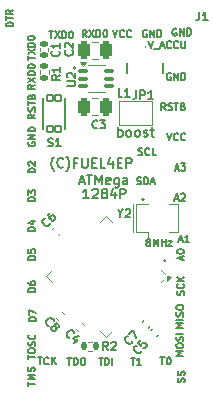
<source format=gbr>
%TF.GenerationSoftware,KiCad,Pcbnew,8.0.9-8.0.9-0~ubuntu22.04.1*%
%TF.CreationDate,2025-02-27T11:49:03+01:00*%
%TF.ProjectId,HB_Pro_Mini_ATMEGA1284P_FUEL4EP,48425f50-726f-45f4-9d69-6e695f41544d,V1.4*%
%TF.SameCoordinates,Original*%
%TF.FileFunction,Legend,Top*%
%TF.FilePolarity,Positive*%
%FSLAX46Y46*%
G04 Gerber Fmt 4.6, Leading zero omitted, Abs format (unit mm)*
G04 Created by KiCad (PCBNEW 8.0.9-8.0.9-0~ubuntu22.04.1) date 2025-02-27 11:49:03*
%MOMM*%
%LPD*%
G01*
G04 APERTURE LIST*
G04 Aperture macros list*
%AMRoundRect*
0 Rectangle with rounded corners*
0 $1 Rounding radius*
0 $2 $3 $4 $5 $6 $7 $8 $9 X,Y pos of 4 corners*
0 Add a 4 corners polygon primitive as box body*
4,1,4,$2,$3,$4,$5,$6,$7,$8,$9,$2,$3,0*
0 Add four circle primitives for the rounded corners*
1,1,$1+$1,$2,$3*
1,1,$1+$1,$4,$5*
1,1,$1+$1,$6,$7*
1,1,$1+$1,$8,$9*
0 Add four rect primitives between the rounded corners*
20,1,$1+$1,$2,$3,$4,$5,0*
20,1,$1+$1,$4,$5,$6,$7,0*
20,1,$1+$1,$6,$7,$8,$9,0*
20,1,$1+$1,$8,$9,$2,$3,0*%
%AMRotRect*
0 Rectangle, with rotation*
0 The origin of the aperture is its center*
0 $1 length*
0 $2 width*
0 $3 Rotation angle, in degrees counterclockwise*
0 Add horizontal line*
21,1,$1,$2,0,0,$3*%
G04 Aperture macros list end*
%ADD10C,0.152400*%
%ADD11C,0.150000*%
%ADD12C,0.175000*%
%ADD13C,0.120000*%
%ADD14C,0.127000*%
%ADD15C,0.200000*%
%ADD16C,0.100000*%
%ADD17RoundRect,0.140000X0.021213X-0.219203X0.219203X-0.021213X-0.021213X0.219203X-0.219203X0.021213X0*%
%ADD18R,1.000000X1.500000*%
%ADD19R,0.400000X1.900000*%
%ADD20RoundRect,0.250000X0.250000X0.475000X-0.250000X0.475000X-0.250000X-0.475000X0.250000X-0.475000X0*%
%ADD21RoundRect,0.140000X-0.219203X-0.021213X-0.021213X-0.219203X0.219203X0.021213X0.021213X0.219203X0*%
%ADD22RoundRect,0.140000X0.170000X-0.140000X0.170000X0.140000X-0.170000X0.140000X-0.170000X-0.140000X0*%
%ADD23RoundRect,0.100000X-0.350000X-0.100000X0.350000X-0.100000X0.350000X0.100000X-0.350000X0.100000X0*%
%ADD24RoundRect,0.140000X-0.021213X0.219203X-0.219203X0.021213X0.021213X-0.219203X0.219203X-0.021213X0*%
%ADD25RoundRect,0.102000X0.275000X-0.275000X0.275000X0.275000X-0.275000X0.275000X-0.275000X-0.275000X0*%
%ADD26R,1.700000X1.700000*%
%ADD27O,1.700000X1.700000*%
%ADD28RoundRect,0.062500X0.220971X0.309359X-0.309359X-0.220971X-0.220971X-0.309359X0.309359X0.220971X0*%
%ADD29RoundRect,0.062500X-0.220971X0.309359X-0.309359X0.220971X0.220971X-0.309359X0.309359X-0.220971X0*%
%ADD30RotRect,5.150000X5.150000X225.000000*%
%ADD31R,3.000000X0.900000*%
%ADD32RoundRect,0.135000X-0.185000X0.135000X-0.185000X-0.135000X0.185000X-0.135000X0.185000X0.135000X0*%
%ADD33RoundRect,0.135000X0.135000X0.185000X-0.135000X0.185000X-0.135000X-0.185000X0.135000X-0.185000X0*%
%ADD34RoundRect,0.140000X0.219203X0.021213X0.021213X0.219203X-0.219203X-0.021213X-0.021213X-0.219203X0*%
G04 APERTURE END LIST*
D10*
X6244042Y27406600D02*
G75*
G02*
X6100358Y27406600I-71842J0D01*
G01*
X6100358Y27406600D02*
G75*
G02*
X6244042Y27406600I71842J0D01*
G01*
X13889442Y11099800D02*
G75*
G02*
X13745758Y11099800I-71842J0D01*
G01*
X13745758Y11099800D02*
G75*
G02*
X13889442Y11099800I71842J0D01*
G01*
X12060642Y16277042D02*
G75*
G02*
X11916958Y16277042I-71842J0D01*
G01*
X11916958Y16277042D02*
G75*
G02*
X12060642Y16277042I71842J0D01*
G01*
D11*
X5591426Y2891028D02*
X5934284Y2891028D01*
X5762855Y2291028D02*
X5762855Y2891028D01*
X6134284Y2291028D02*
X6134284Y2891028D01*
X6134284Y2891028D02*
X6277141Y2891028D01*
X6277141Y2891028D02*
X6362855Y2862457D01*
X6362855Y2862457D02*
X6419998Y2805314D01*
X6419998Y2805314D02*
X6448569Y2748171D01*
X6448569Y2748171D02*
X6477141Y2633885D01*
X6477141Y2633885D02*
X6477141Y2548171D01*
X6477141Y2548171D02*
X6448569Y2433885D01*
X6448569Y2433885D02*
X6419998Y2376742D01*
X6419998Y2376742D02*
X6362855Y2319600D01*
X6362855Y2319600D02*
X6277141Y2291028D01*
X6277141Y2291028D02*
X6134284Y2291028D01*
X6848569Y2891028D02*
X6962855Y2891028D01*
X6962855Y2891028D02*
X7019998Y2862457D01*
X7019998Y2862457D02*
X7077141Y2805314D01*
X7077141Y2805314D02*
X7105712Y2691028D01*
X7105712Y2691028D02*
X7105712Y2491028D01*
X7105712Y2491028D02*
X7077141Y2376742D01*
X7077141Y2376742D02*
X7019998Y2319600D01*
X7019998Y2319600D02*
X6962855Y2291028D01*
X6962855Y2291028D02*
X6848569Y2291028D01*
X6848569Y2291028D02*
X6791427Y2319600D01*
X6791427Y2319600D02*
X6734284Y2376742D01*
X6734284Y2376742D02*
X6705712Y2491028D01*
X6705712Y2491028D02*
X6705712Y2691028D01*
X6705712Y2691028D02*
X6734284Y2805314D01*
X6734284Y2805314D02*
X6791427Y2862457D01*
X6791427Y2862457D02*
X6848569Y2891028D01*
X14024226Y21890228D02*
X14224226Y21290228D01*
X14224226Y21290228D02*
X14424226Y21890228D01*
X14967084Y21347371D02*
X14938512Y21318800D01*
X14938512Y21318800D02*
X14852798Y21290228D01*
X14852798Y21290228D02*
X14795655Y21290228D01*
X14795655Y21290228D02*
X14709941Y21318800D01*
X14709941Y21318800D02*
X14652798Y21375942D01*
X14652798Y21375942D02*
X14624227Y21433085D01*
X14624227Y21433085D02*
X14595655Y21547371D01*
X14595655Y21547371D02*
X14595655Y21633085D01*
X14595655Y21633085D02*
X14624227Y21747371D01*
X14624227Y21747371D02*
X14652798Y21804514D01*
X14652798Y21804514D02*
X14709941Y21861657D01*
X14709941Y21861657D02*
X14795655Y21890228D01*
X14795655Y21890228D02*
X14852798Y21890228D01*
X14852798Y21890228D02*
X14938512Y21861657D01*
X14938512Y21861657D02*
X14967084Y21833085D01*
X15567084Y21347371D02*
X15538512Y21318800D01*
X15538512Y21318800D02*
X15452798Y21290228D01*
X15452798Y21290228D02*
X15395655Y21290228D01*
X15395655Y21290228D02*
X15309941Y21318800D01*
X15309941Y21318800D02*
X15252798Y21375942D01*
X15252798Y21375942D02*
X15224227Y21433085D01*
X15224227Y21433085D02*
X15195655Y21547371D01*
X15195655Y21547371D02*
X15195655Y21633085D01*
X15195655Y21633085D02*
X15224227Y21747371D01*
X15224227Y21747371D02*
X15252798Y21804514D01*
X15252798Y21804514D02*
X15309941Y21861657D01*
X15309941Y21861657D02*
X15395655Y21890228D01*
X15395655Y21890228D02*
X15452798Y21890228D01*
X15452798Y21890228D02*
X15538512Y21861657D01*
X15538512Y21861657D02*
X15567084Y21833085D01*
X2814371Y25984398D02*
X2528657Y25784398D01*
X2814371Y25641541D02*
X2214371Y25641541D01*
X2214371Y25641541D02*
X2214371Y25870112D01*
X2214371Y25870112D02*
X2242942Y25927255D01*
X2242942Y25927255D02*
X2271514Y25955826D01*
X2271514Y25955826D02*
X2328657Y25984398D01*
X2328657Y25984398D02*
X2414371Y25984398D01*
X2414371Y25984398D02*
X2471514Y25955826D01*
X2471514Y25955826D02*
X2500085Y25927255D01*
X2500085Y25927255D02*
X2528657Y25870112D01*
X2528657Y25870112D02*
X2528657Y25641541D01*
X2214371Y26184398D02*
X2814371Y26584398D01*
X2214371Y26584398D02*
X2814371Y26184398D01*
X2814371Y26812970D02*
X2214371Y26812970D01*
X2214371Y26812970D02*
X2214371Y26955827D01*
X2214371Y26955827D02*
X2242942Y27041541D01*
X2242942Y27041541D02*
X2300085Y27098684D01*
X2300085Y27098684D02*
X2357228Y27127255D01*
X2357228Y27127255D02*
X2471514Y27155827D01*
X2471514Y27155827D02*
X2557228Y27155827D01*
X2557228Y27155827D02*
X2671514Y27127255D01*
X2671514Y27127255D02*
X2728657Y27098684D01*
X2728657Y27098684D02*
X2785800Y27041541D01*
X2785800Y27041541D02*
X2814371Y26955827D01*
X2814371Y26955827D02*
X2814371Y26812970D01*
X2214371Y27527255D02*
X2214371Y27584398D01*
X2214371Y27584398D02*
X2242942Y27641541D01*
X2242942Y27641541D02*
X2271514Y27670113D01*
X2271514Y27670113D02*
X2328657Y27698684D01*
X2328657Y27698684D02*
X2442942Y27727255D01*
X2442942Y27727255D02*
X2585800Y27727255D01*
X2585800Y27727255D02*
X2700085Y27698684D01*
X2700085Y27698684D02*
X2757228Y27670113D01*
X2757228Y27670113D02*
X2785800Y27641541D01*
X2785800Y27641541D02*
X2814371Y27584398D01*
X2814371Y27584398D02*
X2814371Y27527255D01*
X2814371Y27527255D02*
X2785800Y27470113D01*
X2785800Y27470113D02*
X2757228Y27441541D01*
X2757228Y27441541D02*
X2700085Y27412970D01*
X2700085Y27412970D02*
X2585800Y27384398D01*
X2585800Y27384398D02*
X2442942Y27384398D01*
X2442942Y27384398D02*
X2328657Y27412970D01*
X2328657Y27412970D02*
X2271514Y27441541D01*
X2271514Y27441541D02*
X2242942Y27470113D01*
X2242942Y27470113D02*
X2214371Y27527255D01*
X11490569Y17585000D02*
X11576284Y17556428D01*
X11576284Y17556428D02*
X11719141Y17556428D01*
X11719141Y17556428D02*
X11776284Y17585000D01*
X11776284Y17585000D02*
X11804855Y17613571D01*
X11804855Y17613571D02*
X11833426Y17670714D01*
X11833426Y17670714D02*
X11833426Y17727857D01*
X11833426Y17727857D02*
X11804855Y17785000D01*
X11804855Y17785000D02*
X11776284Y17813571D01*
X11776284Y17813571D02*
X11719141Y17842142D01*
X11719141Y17842142D02*
X11604855Y17870714D01*
X11604855Y17870714D02*
X11547712Y17899285D01*
X11547712Y17899285D02*
X11519141Y17927857D01*
X11519141Y17927857D02*
X11490569Y17985000D01*
X11490569Y17985000D02*
X11490569Y18042142D01*
X11490569Y18042142D02*
X11519141Y18099285D01*
X11519141Y18099285D02*
X11547712Y18127857D01*
X11547712Y18127857D02*
X11604855Y18156428D01*
X11604855Y18156428D02*
X11747712Y18156428D01*
X11747712Y18156428D02*
X11833426Y18127857D01*
X12090570Y17556428D02*
X12090570Y18156428D01*
X12090570Y18156428D02*
X12233427Y18156428D01*
X12233427Y18156428D02*
X12319141Y18127857D01*
X12319141Y18127857D02*
X12376284Y18070714D01*
X12376284Y18070714D02*
X12404855Y18013571D01*
X12404855Y18013571D02*
X12433427Y17899285D01*
X12433427Y17899285D02*
X12433427Y17813571D01*
X12433427Y17813571D02*
X12404855Y17699285D01*
X12404855Y17699285D02*
X12376284Y17642142D01*
X12376284Y17642142D02*
X12319141Y17585000D01*
X12319141Y17585000D02*
X12233427Y17556428D01*
X12233427Y17556428D02*
X12090570Y17556428D01*
X12661998Y17727857D02*
X12947713Y17727857D01*
X12604855Y17556428D02*
X12804855Y18156428D01*
X12804855Y18156428D02*
X13004855Y17556428D01*
X15412771Y3035541D02*
X14812771Y3035541D01*
X14812771Y3035541D02*
X15241342Y3235541D01*
X15241342Y3235541D02*
X14812771Y3435541D01*
X14812771Y3435541D02*
X15412771Y3435541D01*
X14812771Y3835540D02*
X14812771Y3949826D01*
X14812771Y3949826D02*
X14841342Y4006969D01*
X14841342Y4006969D02*
X14898485Y4064112D01*
X14898485Y4064112D02*
X15012771Y4092683D01*
X15012771Y4092683D02*
X15212771Y4092683D01*
X15212771Y4092683D02*
X15327057Y4064112D01*
X15327057Y4064112D02*
X15384200Y4006969D01*
X15384200Y4006969D02*
X15412771Y3949826D01*
X15412771Y3949826D02*
X15412771Y3835540D01*
X15412771Y3835540D02*
X15384200Y3778398D01*
X15384200Y3778398D02*
X15327057Y3721255D01*
X15327057Y3721255D02*
X15212771Y3692683D01*
X15212771Y3692683D02*
X15012771Y3692683D01*
X15012771Y3692683D02*
X14898485Y3721255D01*
X14898485Y3721255D02*
X14841342Y3778398D01*
X14841342Y3778398D02*
X14812771Y3835540D01*
X15384200Y4321254D02*
X15412771Y4406969D01*
X15412771Y4406969D02*
X15412771Y4549826D01*
X15412771Y4549826D02*
X15384200Y4606969D01*
X15384200Y4606969D02*
X15355628Y4635540D01*
X15355628Y4635540D02*
X15298485Y4664111D01*
X15298485Y4664111D02*
X15241342Y4664111D01*
X15241342Y4664111D02*
X15184200Y4635540D01*
X15184200Y4635540D02*
X15155628Y4606969D01*
X15155628Y4606969D02*
X15127057Y4549826D01*
X15127057Y4549826D02*
X15098485Y4435540D01*
X15098485Y4435540D02*
X15069914Y4378397D01*
X15069914Y4378397D02*
X15041342Y4349826D01*
X15041342Y4349826D02*
X14984200Y4321254D01*
X14984200Y4321254D02*
X14927057Y4321254D01*
X14927057Y4321254D02*
X14869914Y4349826D01*
X14869914Y4349826D02*
X14841342Y4378397D01*
X14841342Y4378397D02*
X14812771Y4435540D01*
X14812771Y4435540D02*
X14812771Y4578397D01*
X14812771Y4578397D02*
X14841342Y4664111D01*
X15412771Y4921255D02*
X14812771Y4921255D01*
X2293742Y21129826D02*
X2265171Y21072684D01*
X2265171Y21072684D02*
X2265171Y20986969D01*
X2265171Y20986969D02*
X2293742Y20901255D01*
X2293742Y20901255D02*
X2350885Y20844112D01*
X2350885Y20844112D02*
X2408028Y20815541D01*
X2408028Y20815541D02*
X2522314Y20786969D01*
X2522314Y20786969D02*
X2608028Y20786969D01*
X2608028Y20786969D02*
X2722314Y20815541D01*
X2722314Y20815541D02*
X2779457Y20844112D01*
X2779457Y20844112D02*
X2836600Y20901255D01*
X2836600Y20901255D02*
X2865171Y20986969D01*
X2865171Y20986969D02*
X2865171Y21044112D01*
X2865171Y21044112D02*
X2836600Y21129826D01*
X2836600Y21129826D02*
X2808028Y21158398D01*
X2808028Y21158398D02*
X2608028Y21158398D01*
X2608028Y21158398D02*
X2608028Y21044112D01*
X2865171Y21415541D02*
X2265171Y21415541D01*
X2265171Y21415541D02*
X2865171Y21758398D01*
X2865171Y21758398D02*
X2265171Y21758398D01*
X2865171Y22044112D02*
X2265171Y22044112D01*
X2265171Y22044112D02*
X2265171Y22186969D01*
X2265171Y22186969D02*
X2293742Y22272683D01*
X2293742Y22272683D02*
X2350885Y22329826D01*
X2350885Y22329826D02*
X2408028Y22358397D01*
X2408028Y22358397D02*
X2522314Y22386969D01*
X2522314Y22386969D02*
X2608028Y22386969D01*
X2608028Y22386969D02*
X2722314Y22358397D01*
X2722314Y22358397D02*
X2779457Y22329826D01*
X2779457Y22329826D02*
X2836600Y22272683D01*
X2836600Y22272683D02*
X2865171Y22186969D01*
X2865171Y22186969D02*
X2865171Y22044112D01*
D10*
X4463015Y18669958D02*
X4424310Y18708662D01*
X4424310Y18708662D02*
X4346901Y18824777D01*
X4346901Y18824777D02*
X4308196Y18902186D01*
X4308196Y18902186D02*
X4269491Y19018301D01*
X4269491Y19018301D02*
X4230786Y19211824D01*
X4230786Y19211824D02*
X4230786Y19366643D01*
X4230786Y19366643D02*
X4269491Y19560167D01*
X4269491Y19560167D02*
X4308196Y19676281D01*
X4308196Y19676281D02*
X4346901Y19753691D01*
X4346901Y19753691D02*
X4424310Y19869805D01*
X4424310Y19869805D02*
X4463015Y19908510D01*
X5237110Y19057005D02*
X5198406Y19018301D01*
X5198406Y19018301D02*
X5082291Y18979596D01*
X5082291Y18979596D02*
X5004882Y18979596D01*
X5004882Y18979596D02*
X4888768Y19018301D01*
X4888768Y19018301D02*
X4811358Y19095710D01*
X4811358Y19095710D02*
X4772653Y19173120D01*
X4772653Y19173120D02*
X4733949Y19327939D01*
X4733949Y19327939D02*
X4733949Y19444053D01*
X4733949Y19444053D02*
X4772653Y19598872D01*
X4772653Y19598872D02*
X4811358Y19676281D01*
X4811358Y19676281D02*
X4888768Y19753691D01*
X4888768Y19753691D02*
X5004882Y19792396D01*
X5004882Y19792396D02*
X5082291Y19792396D01*
X5082291Y19792396D02*
X5198406Y19753691D01*
X5198406Y19753691D02*
X5237110Y19714986D01*
X5508044Y18669958D02*
X5546749Y18708662D01*
X5546749Y18708662D02*
X5624158Y18824777D01*
X5624158Y18824777D02*
X5662863Y18902186D01*
X5662863Y18902186D02*
X5701568Y19018301D01*
X5701568Y19018301D02*
X5740272Y19211824D01*
X5740272Y19211824D02*
X5740272Y19366643D01*
X5740272Y19366643D02*
X5701568Y19560167D01*
X5701568Y19560167D02*
X5662863Y19676281D01*
X5662863Y19676281D02*
X5624158Y19753691D01*
X5624158Y19753691D02*
X5546749Y19869805D01*
X5546749Y19869805D02*
X5508044Y19908510D01*
X6398254Y19405348D02*
X6127320Y19405348D01*
X6127320Y18979596D02*
X6127320Y19792396D01*
X6127320Y19792396D02*
X6514368Y19792396D01*
X6824006Y19792396D02*
X6824006Y19134415D01*
X6824006Y19134415D02*
X6862711Y19057005D01*
X6862711Y19057005D02*
X6901416Y19018301D01*
X6901416Y19018301D02*
X6978825Y18979596D01*
X6978825Y18979596D02*
X7133644Y18979596D01*
X7133644Y18979596D02*
X7211054Y19018301D01*
X7211054Y19018301D02*
X7249759Y19057005D01*
X7249759Y19057005D02*
X7288463Y19134415D01*
X7288463Y19134415D02*
X7288463Y19792396D01*
X7675511Y19405348D02*
X7946445Y19405348D01*
X8062559Y18979596D02*
X7675511Y18979596D01*
X7675511Y18979596D02*
X7675511Y19792396D01*
X7675511Y19792396D02*
X8062559Y19792396D01*
X8797949Y18979596D02*
X8410901Y18979596D01*
X8410901Y18979596D02*
X8410901Y19792396D01*
X9417225Y19521462D02*
X9417225Y18979596D01*
X9223701Y19831101D02*
X9030178Y19250529D01*
X9030178Y19250529D02*
X9533339Y19250529D01*
X9842977Y19405348D02*
X10113911Y19405348D01*
X10230025Y18979596D02*
X9842977Y18979596D01*
X9842977Y18979596D02*
X9842977Y19792396D01*
X9842977Y19792396D02*
X10230025Y19792396D01*
X10578367Y18979596D02*
X10578367Y19792396D01*
X10578367Y19792396D02*
X10888005Y19792396D01*
X10888005Y19792396D02*
X10965415Y19753691D01*
X10965415Y19753691D02*
X11004120Y19714986D01*
X11004120Y19714986D02*
X11042824Y19637577D01*
X11042824Y19637577D02*
X11042824Y19521462D01*
X11042824Y19521462D02*
X11004120Y19444053D01*
X11004120Y19444053D02*
X10965415Y19405348D01*
X10965415Y19405348D02*
X10888005Y19366643D01*
X10888005Y19366643D02*
X10578367Y19366643D01*
D11*
X14716369Y18896257D02*
X15002084Y18896257D01*
X14659226Y18724828D02*
X14859226Y19324828D01*
X14859226Y19324828D02*
X15059226Y18724828D01*
X15202084Y19324828D02*
X15573512Y19324828D01*
X15573512Y19324828D02*
X15373512Y19096257D01*
X15373512Y19096257D02*
X15459227Y19096257D01*
X15459227Y19096257D02*
X15516370Y19067685D01*
X15516370Y19067685D02*
X15544941Y19039114D01*
X15544941Y19039114D02*
X15573512Y18981971D01*
X15573512Y18981971D02*
X15573512Y18839114D01*
X15573512Y18839114D02*
X15544941Y18781971D01*
X15544941Y18781971D02*
X15516370Y18753400D01*
X15516370Y18753400D02*
X15459227Y18724828D01*
X15459227Y18724828D02*
X15287798Y18724828D01*
X15287798Y18724828D02*
X15230655Y18753400D01*
X15230655Y18753400D02*
X15202084Y18781971D01*
X985571Y30924741D02*
X385571Y30924741D01*
X385571Y30924741D02*
X385571Y31067598D01*
X385571Y31067598D02*
X414142Y31153312D01*
X414142Y31153312D02*
X471285Y31210455D01*
X471285Y31210455D02*
X528428Y31239026D01*
X528428Y31239026D02*
X642714Y31267598D01*
X642714Y31267598D02*
X728428Y31267598D01*
X728428Y31267598D02*
X842714Y31239026D01*
X842714Y31239026D02*
X899857Y31210455D01*
X899857Y31210455D02*
X957000Y31153312D01*
X957000Y31153312D02*
X985571Y31067598D01*
X985571Y31067598D02*
X985571Y30924741D01*
X385571Y31439026D02*
X385571Y31781884D01*
X985571Y31610455D02*
X385571Y31610455D01*
X985571Y32324741D02*
X699857Y32124741D01*
X985571Y31981884D02*
X385571Y31981884D01*
X385571Y31981884D02*
X385571Y32210455D01*
X385571Y32210455D02*
X414142Y32267598D01*
X414142Y32267598D02*
X442714Y32296169D01*
X442714Y32296169D02*
X499857Y32324741D01*
X499857Y32324741D02*
X585571Y32324741D01*
X585571Y32324741D02*
X642714Y32296169D01*
X642714Y32296169D02*
X671285Y32267598D01*
X671285Y32267598D02*
X699857Y32210455D01*
X699857Y32210455D02*
X699857Y31981884D01*
X3102226Y2916428D02*
X3445084Y2916428D01*
X3273655Y2316428D02*
X3273655Y2916428D01*
X3987941Y2373571D02*
X3959369Y2345000D01*
X3959369Y2345000D02*
X3873655Y2316428D01*
X3873655Y2316428D02*
X3816512Y2316428D01*
X3816512Y2316428D02*
X3730798Y2345000D01*
X3730798Y2345000D02*
X3673655Y2402142D01*
X3673655Y2402142D02*
X3645084Y2459285D01*
X3645084Y2459285D02*
X3616512Y2573571D01*
X3616512Y2573571D02*
X3616512Y2659285D01*
X3616512Y2659285D02*
X3645084Y2773571D01*
X3645084Y2773571D02*
X3673655Y2830714D01*
X3673655Y2830714D02*
X3730798Y2887857D01*
X3730798Y2887857D02*
X3816512Y2916428D01*
X3816512Y2916428D02*
X3873655Y2916428D01*
X3873655Y2916428D02*
X3959369Y2887857D01*
X3959369Y2887857D02*
X3987941Y2859285D01*
X4245084Y2316428D02*
X4245084Y2916428D01*
X4587941Y2316428D02*
X4330798Y2659285D01*
X4587941Y2916428D02*
X4245084Y2573571D01*
D10*
X7399739Y16363396D02*
X6935282Y16363396D01*
X7167510Y16363396D02*
X7167510Y17176196D01*
X7167510Y17176196D02*
X7090101Y17060081D01*
X7090101Y17060081D02*
X7012691Y16982672D01*
X7012691Y16982672D02*
X6935282Y16943967D01*
X7709377Y17098786D02*
X7748081Y17137491D01*
X7748081Y17137491D02*
X7825491Y17176196D01*
X7825491Y17176196D02*
X8019015Y17176196D01*
X8019015Y17176196D02*
X8096424Y17137491D01*
X8096424Y17137491D02*
X8135129Y17098786D01*
X8135129Y17098786D02*
X8173834Y17021377D01*
X8173834Y17021377D02*
X8173834Y16943967D01*
X8173834Y16943967D02*
X8135129Y16827853D01*
X8135129Y16827853D02*
X7670672Y16363396D01*
X7670672Y16363396D02*
X8173834Y16363396D01*
X8638291Y16827853D02*
X8560881Y16866558D01*
X8560881Y16866558D02*
X8522176Y16905262D01*
X8522176Y16905262D02*
X8483472Y16982672D01*
X8483472Y16982672D02*
X8483472Y17021377D01*
X8483472Y17021377D02*
X8522176Y17098786D01*
X8522176Y17098786D02*
X8560881Y17137491D01*
X8560881Y17137491D02*
X8638291Y17176196D01*
X8638291Y17176196D02*
X8793110Y17176196D01*
X8793110Y17176196D02*
X8870519Y17137491D01*
X8870519Y17137491D02*
X8909224Y17098786D01*
X8909224Y17098786D02*
X8947929Y17021377D01*
X8947929Y17021377D02*
X8947929Y16982672D01*
X8947929Y16982672D02*
X8909224Y16905262D01*
X8909224Y16905262D02*
X8870519Y16866558D01*
X8870519Y16866558D02*
X8793110Y16827853D01*
X8793110Y16827853D02*
X8638291Y16827853D01*
X8638291Y16827853D02*
X8560881Y16789148D01*
X8560881Y16789148D02*
X8522176Y16750443D01*
X8522176Y16750443D02*
X8483472Y16673034D01*
X8483472Y16673034D02*
X8483472Y16518215D01*
X8483472Y16518215D02*
X8522176Y16440805D01*
X8522176Y16440805D02*
X8560881Y16402101D01*
X8560881Y16402101D02*
X8638291Y16363396D01*
X8638291Y16363396D02*
X8793110Y16363396D01*
X8793110Y16363396D02*
X8870519Y16402101D01*
X8870519Y16402101D02*
X8909224Y16440805D01*
X8909224Y16440805D02*
X8947929Y16518215D01*
X8947929Y16518215D02*
X8947929Y16673034D01*
X8947929Y16673034D02*
X8909224Y16750443D01*
X8909224Y16750443D02*
X8870519Y16789148D01*
X8870519Y16789148D02*
X8793110Y16827853D01*
X9644614Y16905262D02*
X9644614Y16363396D01*
X9451090Y17214901D02*
X9257567Y16634329D01*
X9257567Y16634329D02*
X9760728Y16634329D01*
X10070366Y16363396D02*
X10070366Y17176196D01*
X10070366Y17176196D02*
X10380004Y17176196D01*
X10380004Y17176196D02*
X10457414Y17137491D01*
X10457414Y17137491D02*
X10496119Y17098786D01*
X10496119Y17098786D02*
X10534823Y17021377D01*
X10534823Y17021377D02*
X10534823Y16905262D01*
X10534823Y16905262D02*
X10496119Y16827853D01*
X10496119Y16827853D02*
X10457414Y16789148D01*
X10457414Y16789148D02*
X10380004Y16750443D01*
X10380004Y16750443D02*
X10070366Y16750443D01*
D11*
X2865171Y11163541D02*
X2265171Y11163541D01*
X2265171Y11163541D02*
X2265171Y11306398D01*
X2265171Y11306398D02*
X2293742Y11392112D01*
X2293742Y11392112D02*
X2350885Y11449255D01*
X2350885Y11449255D02*
X2408028Y11477826D01*
X2408028Y11477826D02*
X2522314Y11506398D01*
X2522314Y11506398D02*
X2608028Y11506398D01*
X2608028Y11506398D02*
X2722314Y11477826D01*
X2722314Y11477826D02*
X2779457Y11449255D01*
X2779457Y11449255D02*
X2836600Y11392112D01*
X2836600Y11392112D02*
X2865171Y11306398D01*
X2865171Y11306398D02*
X2865171Y11163541D01*
X2265171Y12049255D02*
X2265171Y11763541D01*
X2265171Y11763541D02*
X2550885Y11734969D01*
X2550885Y11734969D02*
X2522314Y11763541D01*
X2522314Y11763541D02*
X2493742Y11820684D01*
X2493742Y11820684D02*
X2493742Y11963541D01*
X2493742Y11963541D02*
X2522314Y12020684D01*
X2522314Y12020684D02*
X2550885Y12049255D01*
X2550885Y12049255D02*
X2608028Y12077826D01*
X2608028Y12077826D02*
X2750885Y12077826D01*
X2750885Y12077826D02*
X2808028Y12049255D01*
X2808028Y12049255D02*
X2836600Y12020684D01*
X2836600Y12020684D02*
X2865171Y11963541D01*
X2865171Y11963541D02*
X2865171Y11820684D01*
X2865171Y11820684D02*
X2836600Y11763541D01*
X2836600Y11763541D02*
X2808028Y11734969D01*
X4042026Y30526228D02*
X4384884Y30526228D01*
X4213455Y29926228D02*
X4213455Y30526228D01*
X4527741Y30526228D02*
X4927741Y29926228D01*
X4927741Y30526228D02*
X4527741Y29926228D01*
X5156313Y29926228D02*
X5156313Y30526228D01*
X5156313Y30526228D02*
X5299170Y30526228D01*
X5299170Y30526228D02*
X5384884Y30497657D01*
X5384884Y30497657D02*
X5442027Y30440514D01*
X5442027Y30440514D02*
X5470598Y30383371D01*
X5470598Y30383371D02*
X5499170Y30269085D01*
X5499170Y30269085D02*
X5499170Y30183371D01*
X5499170Y30183371D02*
X5470598Y30069085D01*
X5470598Y30069085D02*
X5442027Y30011942D01*
X5442027Y30011942D02*
X5384884Y29954800D01*
X5384884Y29954800D02*
X5299170Y29926228D01*
X5299170Y29926228D02*
X5156313Y29926228D01*
X5870598Y30526228D02*
X5927741Y30526228D01*
X5927741Y30526228D02*
X5984884Y30497657D01*
X5984884Y30497657D02*
X6013456Y30469085D01*
X6013456Y30469085D02*
X6042027Y30411942D01*
X6042027Y30411942D02*
X6070598Y30297657D01*
X6070598Y30297657D02*
X6070598Y30154800D01*
X6070598Y30154800D02*
X6042027Y30040514D01*
X6042027Y30040514D02*
X6013456Y29983371D01*
X6013456Y29983371D02*
X5984884Y29954800D01*
X5984884Y29954800D02*
X5927741Y29926228D01*
X5927741Y29926228D02*
X5870598Y29926228D01*
X5870598Y29926228D02*
X5813456Y29954800D01*
X5813456Y29954800D02*
X5784884Y29983371D01*
X5784884Y29983371D02*
X5756313Y30040514D01*
X5756313Y30040514D02*
X5727741Y30154800D01*
X5727741Y30154800D02*
X5727741Y30297657D01*
X5727741Y30297657D02*
X5756313Y30411942D01*
X5756313Y30411942D02*
X5784884Y30469085D01*
X5784884Y30469085D02*
X5813456Y30497657D01*
X5813456Y30497657D02*
X5870598Y30526228D01*
X7213798Y30027828D02*
X7013798Y30313542D01*
X6870941Y30027828D02*
X6870941Y30627828D01*
X6870941Y30627828D02*
X7099512Y30627828D01*
X7099512Y30627828D02*
X7156655Y30599257D01*
X7156655Y30599257D02*
X7185226Y30570685D01*
X7185226Y30570685D02*
X7213798Y30513542D01*
X7213798Y30513542D02*
X7213798Y30427828D01*
X7213798Y30427828D02*
X7185226Y30370685D01*
X7185226Y30370685D02*
X7156655Y30342114D01*
X7156655Y30342114D02*
X7099512Y30313542D01*
X7099512Y30313542D02*
X6870941Y30313542D01*
X7413798Y30627828D02*
X7813798Y30027828D01*
X7813798Y30627828D02*
X7413798Y30027828D01*
X8042370Y30027828D02*
X8042370Y30627828D01*
X8042370Y30627828D02*
X8185227Y30627828D01*
X8185227Y30627828D02*
X8270941Y30599257D01*
X8270941Y30599257D02*
X8328084Y30542114D01*
X8328084Y30542114D02*
X8356655Y30484971D01*
X8356655Y30484971D02*
X8385227Y30370685D01*
X8385227Y30370685D02*
X8385227Y30284971D01*
X8385227Y30284971D02*
X8356655Y30170685D01*
X8356655Y30170685D02*
X8328084Y30113542D01*
X8328084Y30113542D02*
X8270941Y30056400D01*
X8270941Y30056400D02*
X8185227Y30027828D01*
X8185227Y30027828D02*
X8042370Y30027828D01*
X8756655Y30627828D02*
X8813798Y30627828D01*
X8813798Y30627828D02*
X8870941Y30599257D01*
X8870941Y30599257D02*
X8899513Y30570685D01*
X8899513Y30570685D02*
X8928084Y30513542D01*
X8928084Y30513542D02*
X8956655Y30399257D01*
X8956655Y30399257D02*
X8956655Y30256400D01*
X8956655Y30256400D02*
X8928084Y30142114D01*
X8928084Y30142114D02*
X8899513Y30084971D01*
X8899513Y30084971D02*
X8870941Y30056400D01*
X8870941Y30056400D02*
X8813798Y30027828D01*
X8813798Y30027828D02*
X8756655Y30027828D01*
X8756655Y30027828D02*
X8699513Y30056400D01*
X8699513Y30056400D02*
X8670941Y30084971D01*
X8670941Y30084971D02*
X8642370Y30142114D01*
X8642370Y30142114D02*
X8613798Y30256400D01*
X8613798Y30256400D02*
X8613798Y30399257D01*
X8613798Y30399257D02*
X8642370Y30513542D01*
X8642370Y30513542D02*
X8670941Y30570685D01*
X8670941Y30570685D02*
X8699513Y30599257D01*
X8699513Y30599257D02*
X8756655Y30627828D01*
D10*
X9869586Y21595796D02*
X9869586Y22408596D01*
X9869586Y22098958D02*
X9946996Y22137662D01*
X9946996Y22137662D02*
X10101815Y22137662D01*
X10101815Y22137662D02*
X10179224Y22098958D01*
X10179224Y22098958D02*
X10217929Y22060253D01*
X10217929Y22060253D02*
X10256634Y21982843D01*
X10256634Y21982843D02*
X10256634Y21750615D01*
X10256634Y21750615D02*
X10217929Y21673205D01*
X10217929Y21673205D02*
X10179224Y21634501D01*
X10179224Y21634501D02*
X10101815Y21595796D01*
X10101815Y21595796D02*
X9946996Y21595796D01*
X9946996Y21595796D02*
X9869586Y21634501D01*
X10721091Y21595796D02*
X10643681Y21634501D01*
X10643681Y21634501D02*
X10604976Y21673205D01*
X10604976Y21673205D02*
X10566272Y21750615D01*
X10566272Y21750615D02*
X10566272Y21982843D01*
X10566272Y21982843D02*
X10604976Y22060253D01*
X10604976Y22060253D02*
X10643681Y22098958D01*
X10643681Y22098958D02*
X10721091Y22137662D01*
X10721091Y22137662D02*
X10837205Y22137662D01*
X10837205Y22137662D02*
X10914614Y22098958D01*
X10914614Y22098958D02*
X10953319Y22060253D01*
X10953319Y22060253D02*
X10992024Y21982843D01*
X10992024Y21982843D02*
X10992024Y21750615D01*
X10992024Y21750615D02*
X10953319Y21673205D01*
X10953319Y21673205D02*
X10914614Y21634501D01*
X10914614Y21634501D02*
X10837205Y21595796D01*
X10837205Y21595796D02*
X10721091Y21595796D01*
X11456481Y21595796D02*
X11379071Y21634501D01*
X11379071Y21634501D02*
X11340366Y21673205D01*
X11340366Y21673205D02*
X11301662Y21750615D01*
X11301662Y21750615D02*
X11301662Y21982843D01*
X11301662Y21982843D02*
X11340366Y22060253D01*
X11340366Y22060253D02*
X11379071Y22098958D01*
X11379071Y22098958D02*
X11456481Y22137662D01*
X11456481Y22137662D02*
X11572595Y22137662D01*
X11572595Y22137662D02*
X11650004Y22098958D01*
X11650004Y22098958D02*
X11688709Y22060253D01*
X11688709Y22060253D02*
X11727414Y21982843D01*
X11727414Y21982843D02*
X11727414Y21750615D01*
X11727414Y21750615D02*
X11688709Y21673205D01*
X11688709Y21673205D02*
X11650004Y21634501D01*
X11650004Y21634501D02*
X11572595Y21595796D01*
X11572595Y21595796D02*
X11456481Y21595796D01*
X12037052Y21634501D02*
X12114461Y21595796D01*
X12114461Y21595796D02*
X12269280Y21595796D01*
X12269280Y21595796D02*
X12346690Y21634501D01*
X12346690Y21634501D02*
X12385394Y21711910D01*
X12385394Y21711910D02*
X12385394Y21750615D01*
X12385394Y21750615D02*
X12346690Y21828024D01*
X12346690Y21828024D02*
X12269280Y21866729D01*
X12269280Y21866729D02*
X12153166Y21866729D01*
X12153166Y21866729D02*
X12075756Y21905434D01*
X12075756Y21905434D02*
X12037052Y21982843D01*
X12037052Y21982843D02*
X12037052Y22021548D01*
X12037052Y22021548D02*
X12075756Y22098958D01*
X12075756Y22098958D02*
X12153166Y22137662D01*
X12153166Y22137662D02*
X12269280Y22137662D01*
X12269280Y22137662D02*
X12346690Y22098958D01*
X12617623Y22137662D02*
X12927261Y22137662D01*
X12733737Y22408596D02*
X12733737Y21711910D01*
X12733737Y21711910D02*
X12772442Y21634501D01*
X12772442Y21634501D02*
X12849852Y21595796D01*
X12849852Y21595796D02*
X12927261Y21595796D01*
D11*
X14322626Y26967057D02*
X14265484Y26995628D01*
X14265484Y26995628D02*
X14179769Y26995628D01*
X14179769Y26995628D02*
X14094055Y26967057D01*
X14094055Y26967057D02*
X14036912Y26909914D01*
X14036912Y26909914D02*
X14008341Y26852771D01*
X14008341Y26852771D02*
X13979769Y26738485D01*
X13979769Y26738485D02*
X13979769Y26652771D01*
X13979769Y26652771D02*
X14008341Y26538485D01*
X14008341Y26538485D02*
X14036912Y26481342D01*
X14036912Y26481342D02*
X14094055Y26424200D01*
X14094055Y26424200D02*
X14179769Y26395628D01*
X14179769Y26395628D02*
X14236912Y26395628D01*
X14236912Y26395628D02*
X14322626Y26424200D01*
X14322626Y26424200D02*
X14351198Y26452771D01*
X14351198Y26452771D02*
X14351198Y26652771D01*
X14351198Y26652771D02*
X14236912Y26652771D01*
X14608341Y26395628D02*
X14608341Y26995628D01*
X14608341Y26995628D02*
X14951198Y26395628D01*
X14951198Y26395628D02*
X14951198Y26995628D01*
X15236912Y26395628D02*
X15236912Y26995628D01*
X15236912Y26995628D02*
X15379769Y26995628D01*
X15379769Y26995628D02*
X15465483Y26967057D01*
X15465483Y26967057D02*
X15522626Y26909914D01*
X15522626Y26909914D02*
X15551197Y26852771D01*
X15551197Y26852771D02*
X15579769Y26738485D01*
X15579769Y26738485D02*
X15579769Y26652771D01*
X15579769Y26652771D02*
X15551197Y26538485D01*
X15551197Y26538485D02*
X15522626Y26481342D01*
X15522626Y26481342D02*
X15465483Y26424200D01*
X15465483Y26424200D02*
X15379769Y26395628D01*
X15379769Y26395628D02*
X15236912Y26395628D01*
X13465426Y2916428D02*
X13808284Y2916428D01*
X13636855Y2316428D02*
X13636855Y2916428D01*
X14122569Y2916428D02*
X14179712Y2916428D01*
X14179712Y2916428D02*
X14236855Y2887857D01*
X14236855Y2887857D02*
X14265427Y2859285D01*
X14265427Y2859285D02*
X14293998Y2802142D01*
X14293998Y2802142D02*
X14322569Y2687857D01*
X14322569Y2687857D02*
X14322569Y2545000D01*
X14322569Y2545000D02*
X14293998Y2430714D01*
X14293998Y2430714D02*
X14265427Y2373571D01*
X14265427Y2373571D02*
X14236855Y2345000D01*
X14236855Y2345000D02*
X14179712Y2316428D01*
X14179712Y2316428D02*
X14122569Y2316428D01*
X14122569Y2316428D02*
X14065427Y2345000D01*
X14065427Y2345000D02*
X14036855Y2373571D01*
X14036855Y2373571D02*
X14008284Y2430714D01*
X14008284Y2430714D02*
X13979712Y2545000D01*
X13979712Y2545000D02*
X13979712Y2687857D01*
X13979712Y2687857D02*
X14008284Y2802142D01*
X14008284Y2802142D02*
X14036855Y2859285D01*
X14036855Y2859285D02*
X14065427Y2887857D01*
X14065427Y2887857D02*
X14122569Y2916428D01*
X2865171Y13601941D02*
X2265171Y13601941D01*
X2265171Y13601941D02*
X2265171Y13744798D01*
X2265171Y13744798D02*
X2293742Y13830512D01*
X2293742Y13830512D02*
X2350885Y13887655D01*
X2350885Y13887655D02*
X2408028Y13916226D01*
X2408028Y13916226D02*
X2522314Y13944798D01*
X2522314Y13944798D02*
X2608028Y13944798D01*
X2608028Y13944798D02*
X2722314Y13916226D01*
X2722314Y13916226D02*
X2779457Y13887655D01*
X2779457Y13887655D02*
X2836600Y13830512D01*
X2836600Y13830512D02*
X2865171Y13744798D01*
X2865171Y13744798D02*
X2865171Y13601941D01*
X2465171Y14459084D02*
X2865171Y14459084D01*
X2236600Y14316226D02*
X2665171Y14173369D01*
X2665171Y14173369D02*
X2665171Y14544798D01*
X2865171Y8471141D02*
X2265171Y8471141D01*
X2265171Y8471141D02*
X2265171Y8613998D01*
X2265171Y8613998D02*
X2293742Y8699712D01*
X2293742Y8699712D02*
X2350885Y8756855D01*
X2350885Y8756855D02*
X2408028Y8785426D01*
X2408028Y8785426D02*
X2522314Y8813998D01*
X2522314Y8813998D02*
X2608028Y8813998D01*
X2608028Y8813998D02*
X2722314Y8785426D01*
X2722314Y8785426D02*
X2779457Y8756855D01*
X2779457Y8756855D02*
X2836600Y8699712D01*
X2836600Y8699712D02*
X2865171Y8613998D01*
X2865171Y8613998D02*
X2865171Y8471141D01*
X2265171Y9328284D02*
X2265171Y9213998D01*
X2265171Y9213998D02*
X2293742Y9156855D01*
X2293742Y9156855D02*
X2322314Y9128284D01*
X2322314Y9128284D02*
X2408028Y9071141D01*
X2408028Y9071141D02*
X2522314Y9042569D01*
X2522314Y9042569D02*
X2750885Y9042569D01*
X2750885Y9042569D02*
X2808028Y9071141D01*
X2808028Y9071141D02*
X2836600Y9099712D01*
X2836600Y9099712D02*
X2865171Y9156855D01*
X2865171Y9156855D02*
X2865171Y9271141D01*
X2865171Y9271141D02*
X2836600Y9328284D01*
X2836600Y9328284D02*
X2808028Y9356855D01*
X2808028Y9356855D02*
X2750885Y9385426D01*
X2750885Y9385426D02*
X2608028Y9385426D01*
X2608028Y9385426D02*
X2550885Y9356855D01*
X2550885Y9356855D02*
X2522314Y9328284D01*
X2522314Y9328284D02*
X2493742Y9271141D01*
X2493742Y9271141D02*
X2493742Y9156855D01*
X2493742Y9156855D02*
X2522314Y9099712D01*
X2522314Y9099712D02*
X2550885Y9071141D01*
X2550885Y9071141D02*
X2608028Y9042569D01*
X2865171Y16141941D02*
X2265171Y16141941D01*
X2265171Y16141941D02*
X2265171Y16284798D01*
X2265171Y16284798D02*
X2293742Y16370512D01*
X2293742Y16370512D02*
X2350885Y16427655D01*
X2350885Y16427655D02*
X2408028Y16456226D01*
X2408028Y16456226D02*
X2522314Y16484798D01*
X2522314Y16484798D02*
X2608028Y16484798D01*
X2608028Y16484798D02*
X2722314Y16456226D01*
X2722314Y16456226D02*
X2779457Y16427655D01*
X2779457Y16427655D02*
X2836600Y16370512D01*
X2836600Y16370512D02*
X2865171Y16284798D01*
X2865171Y16284798D02*
X2865171Y16141941D01*
X2265171Y16684798D02*
X2265171Y17056226D01*
X2265171Y17056226D02*
X2493742Y16856226D01*
X2493742Y16856226D02*
X2493742Y16941941D01*
X2493742Y16941941D02*
X2522314Y16999084D01*
X2522314Y16999084D02*
X2550885Y17027655D01*
X2550885Y17027655D02*
X2608028Y17056226D01*
X2608028Y17056226D02*
X2750885Y17056226D01*
X2750885Y17056226D02*
X2808028Y17027655D01*
X2808028Y17027655D02*
X2836600Y16999084D01*
X2836600Y16999084D02*
X2865171Y16941941D01*
X2865171Y16941941D02*
X2865171Y16770512D01*
X2865171Y16770512D02*
X2836600Y16713369D01*
X2836600Y16713369D02*
X2808028Y16684798D01*
X2865171Y23495198D02*
X2579457Y23295198D01*
X2865171Y23152341D02*
X2265171Y23152341D01*
X2265171Y23152341D02*
X2265171Y23380912D01*
X2265171Y23380912D02*
X2293742Y23438055D01*
X2293742Y23438055D02*
X2322314Y23466626D01*
X2322314Y23466626D02*
X2379457Y23495198D01*
X2379457Y23495198D02*
X2465171Y23495198D01*
X2465171Y23495198D02*
X2522314Y23466626D01*
X2522314Y23466626D02*
X2550885Y23438055D01*
X2550885Y23438055D02*
X2579457Y23380912D01*
X2579457Y23380912D02*
X2579457Y23152341D01*
X2836600Y23723769D02*
X2865171Y23809484D01*
X2865171Y23809484D02*
X2865171Y23952341D01*
X2865171Y23952341D02*
X2836600Y24009484D01*
X2836600Y24009484D02*
X2808028Y24038055D01*
X2808028Y24038055D02*
X2750885Y24066626D01*
X2750885Y24066626D02*
X2693742Y24066626D01*
X2693742Y24066626D02*
X2636600Y24038055D01*
X2636600Y24038055D02*
X2608028Y24009484D01*
X2608028Y24009484D02*
X2579457Y23952341D01*
X2579457Y23952341D02*
X2550885Y23838055D01*
X2550885Y23838055D02*
X2522314Y23780912D01*
X2522314Y23780912D02*
X2493742Y23752341D01*
X2493742Y23752341D02*
X2436600Y23723769D01*
X2436600Y23723769D02*
X2379457Y23723769D01*
X2379457Y23723769D02*
X2322314Y23752341D01*
X2322314Y23752341D02*
X2293742Y23780912D01*
X2293742Y23780912D02*
X2265171Y23838055D01*
X2265171Y23838055D02*
X2265171Y23980912D01*
X2265171Y23980912D02*
X2293742Y24066626D01*
X2265171Y24238055D02*
X2265171Y24580913D01*
X2865171Y24409484D02*
X2265171Y24409484D01*
X2550885Y24980913D02*
X2579457Y25066627D01*
X2579457Y25066627D02*
X2608028Y25095198D01*
X2608028Y25095198D02*
X2665171Y25123770D01*
X2665171Y25123770D02*
X2750885Y25123770D01*
X2750885Y25123770D02*
X2808028Y25095198D01*
X2808028Y25095198D02*
X2836600Y25066627D01*
X2836600Y25066627D02*
X2865171Y25009484D01*
X2865171Y25009484D02*
X2865171Y24780913D01*
X2865171Y24780913D02*
X2265171Y24780913D01*
X2265171Y24780913D02*
X2265171Y24980913D01*
X2265171Y24980913D02*
X2293742Y25038056D01*
X2293742Y25038056D02*
X2322314Y25066627D01*
X2322314Y25066627D02*
X2379457Y25095198D01*
X2379457Y25095198D02*
X2436600Y25095198D01*
X2436600Y25095198D02*
X2493742Y25066627D01*
X2493742Y25066627D02*
X2522314Y25038056D01*
X2522314Y25038056D02*
X2550885Y24980913D01*
X2550885Y24980913D02*
X2550885Y24780913D01*
X15435000Y8188569D02*
X15463571Y8274284D01*
X15463571Y8274284D02*
X15463571Y8417141D01*
X15463571Y8417141D02*
X15435000Y8474284D01*
X15435000Y8474284D02*
X15406428Y8502855D01*
X15406428Y8502855D02*
X15349285Y8531426D01*
X15349285Y8531426D02*
X15292142Y8531426D01*
X15292142Y8531426D02*
X15235000Y8502855D01*
X15235000Y8502855D02*
X15206428Y8474284D01*
X15206428Y8474284D02*
X15177857Y8417141D01*
X15177857Y8417141D02*
X15149285Y8302855D01*
X15149285Y8302855D02*
X15120714Y8245712D01*
X15120714Y8245712D02*
X15092142Y8217141D01*
X15092142Y8217141D02*
X15035000Y8188569D01*
X15035000Y8188569D02*
X14977857Y8188569D01*
X14977857Y8188569D02*
X14920714Y8217141D01*
X14920714Y8217141D02*
X14892142Y8245712D01*
X14892142Y8245712D02*
X14863571Y8302855D01*
X14863571Y8302855D02*
X14863571Y8445712D01*
X14863571Y8445712D02*
X14892142Y8531426D01*
X15406428Y9131427D02*
X15435000Y9102855D01*
X15435000Y9102855D02*
X15463571Y9017141D01*
X15463571Y9017141D02*
X15463571Y8959998D01*
X15463571Y8959998D02*
X15435000Y8874284D01*
X15435000Y8874284D02*
X15377857Y8817141D01*
X15377857Y8817141D02*
X15320714Y8788570D01*
X15320714Y8788570D02*
X15206428Y8759998D01*
X15206428Y8759998D02*
X15120714Y8759998D01*
X15120714Y8759998D02*
X15006428Y8788570D01*
X15006428Y8788570D02*
X14949285Y8817141D01*
X14949285Y8817141D02*
X14892142Y8874284D01*
X14892142Y8874284D02*
X14863571Y8959998D01*
X14863571Y8959998D02*
X14863571Y9017141D01*
X14863571Y9017141D02*
X14892142Y9102855D01*
X14892142Y9102855D02*
X14920714Y9131427D01*
X15463571Y9388570D02*
X14863571Y9388570D01*
X15463571Y9731427D02*
X15120714Y9474284D01*
X14863571Y9731427D02*
X15206428Y9388570D01*
X15292142Y11185769D02*
X15292142Y11471484D01*
X15463571Y11128626D02*
X14863571Y11328626D01*
X14863571Y11328626D02*
X15463571Y11528626D01*
X14863571Y11842912D02*
X14863571Y11900055D01*
X14863571Y11900055D02*
X14892142Y11957198D01*
X14892142Y11957198D02*
X14920714Y11985770D01*
X14920714Y11985770D02*
X14977857Y12014341D01*
X14977857Y12014341D02*
X15092142Y12042912D01*
X15092142Y12042912D02*
X15235000Y12042912D01*
X15235000Y12042912D02*
X15349285Y12014341D01*
X15349285Y12014341D02*
X15406428Y11985770D01*
X15406428Y11985770D02*
X15435000Y11957198D01*
X15435000Y11957198D02*
X15463571Y11900055D01*
X15463571Y11900055D02*
X15463571Y11842912D01*
X15463571Y11842912D02*
X15435000Y11785770D01*
X15435000Y11785770D02*
X15406428Y11757198D01*
X15406428Y11757198D02*
X15349285Y11728627D01*
X15349285Y11728627D02*
X15235000Y11700055D01*
X15235000Y11700055D02*
X15092142Y11700055D01*
X15092142Y11700055D02*
X14977857Y11728627D01*
X14977857Y11728627D02*
X14920714Y11757198D01*
X14920714Y11757198D02*
X14892142Y11785770D01*
X14892142Y11785770D02*
X14863571Y11842912D01*
X2915971Y5981941D02*
X2315971Y5981941D01*
X2315971Y5981941D02*
X2315971Y6124798D01*
X2315971Y6124798D02*
X2344542Y6210512D01*
X2344542Y6210512D02*
X2401685Y6267655D01*
X2401685Y6267655D02*
X2458828Y6296226D01*
X2458828Y6296226D02*
X2573114Y6324798D01*
X2573114Y6324798D02*
X2658828Y6324798D01*
X2658828Y6324798D02*
X2773114Y6296226D01*
X2773114Y6296226D02*
X2830257Y6267655D01*
X2830257Y6267655D02*
X2887400Y6210512D01*
X2887400Y6210512D02*
X2915971Y6124798D01*
X2915971Y6124798D02*
X2915971Y5981941D01*
X2315971Y6524798D02*
X2315971Y6924798D01*
X2315971Y6924798D02*
X2915971Y6667655D01*
X12449426Y29688028D02*
X12649426Y29088028D01*
X12649426Y29088028D02*
X12849426Y29688028D01*
X12906570Y29030885D02*
X13363712Y29030885D01*
X13477998Y29259457D02*
X13763713Y29259457D01*
X13420855Y29088028D02*
X13620855Y29688028D01*
X13620855Y29688028D02*
X13820855Y29088028D01*
X14363713Y29145171D02*
X14335141Y29116600D01*
X14335141Y29116600D02*
X14249427Y29088028D01*
X14249427Y29088028D02*
X14192284Y29088028D01*
X14192284Y29088028D02*
X14106570Y29116600D01*
X14106570Y29116600D02*
X14049427Y29173742D01*
X14049427Y29173742D02*
X14020856Y29230885D01*
X14020856Y29230885D02*
X13992284Y29345171D01*
X13992284Y29345171D02*
X13992284Y29430885D01*
X13992284Y29430885D02*
X14020856Y29545171D01*
X14020856Y29545171D02*
X14049427Y29602314D01*
X14049427Y29602314D02*
X14106570Y29659457D01*
X14106570Y29659457D02*
X14192284Y29688028D01*
X14192284Y29688028D02*
X14249427Y29688028D01*
X14249427Y29688028D02*
X14335141Y29659457D01*
X14335141Y29659457D02*
X14363713Y29630885D01*
X14963713Y29145171D02*
X14935141Y29116600D01*
X14935141Y29116600D02*
X14849427Y29088028D01*
X14849427Y29088028D02*
X14792284Y29088028D01*
X14792284Y29088028D02*
X14706570Y29116600D01*
X14706570Y29116600D02*
X14649427Y29173742D01*
X14649427Y29173742D02*
X14620856Y29230885D01*
X14620856Y29230885D02*
X14592284Y29345171D01*
X14592284Y29345171D02*
X14592284Y29430885D01*
X14592284Y29430885D02*
X14620856Y29545171D01*
X14620856Y29545171D02*
X14649427Y29602314D01*
X14649427Y29602314D02*
X14706570Y29659457D01*
X14706570Y29659457D02*
X14792284Y29688028D01*
X14792284Y29688028D02*
X14849427Y29688028D01*
X14849427Y29688028D02*
X14935141Y29659457D01*
X14935141Y29659457D02*
X14963713Y29630885D01*
X15220856Y29688028D02*
X15220856Y29202314D01*
X15220856Y29202314D02*
X15249427Y29145171D01*
X15249427Y29145171D02*
X15277999Y29116600D01*
X15277999Y29116600D02*
X15335141Y29088028D01*
X15335141Y29088028D02*
X15449427Y29088028D01*
X15449427Y29088028D02*
X15506570Y29116600D01*
X15506570Y29116600D02*
X15535141Y29145171D01*
X15535141Y29145171D02*
X15563713Y29202314D01*
X15563713Y29202314D02*
X15563713Y29688028D01*
X11592169Y20074200D02*
X11677884Y20045628D01*
X11677884Y20045628D02*
X11820741Y20045628D01*
X11820741Y20045628D02*
X11877884Y20074200D01*
X11877884Y20074200D02*
X11906455Y20102771D01*
X11906455Y20102771D02*
X11935026Y20159914D01*
X11935026Y20159914D02*
X11935026Y20217057D01*
X11935026Y20217057D02*
X11906455Y20274200D01*
X11906455Y20274200D02*
X11877884Y20302771D01*
X11877884Y20302771D02*
X11820741Y20331342D01*
X11820741Y20331342D02*
X11706455Y20359914D01*
X11706455Y20359914D02*
X11649312Y20388485D01*
X11649312Y20388485D02*
X11620741Y20417057D01*
X11620741Y20417057D02*
X11592169Y20474200D01*
X11592169Y20474200D02*
X11592169Y20531342D01*
X11592169Y20531342D02*
X11620741Y20588485D01*
X11620741Y20588485D02*
X11649312Y20617057D01*
X11649312Y20617057D02*
X11706455Y20645628D01*
X11706455Y20645628D02*
X11849312Y20645628D01*
X11849312Y20645628D02*
X11935026Y20617057D01*
X12535027Y20102771D02*
X12506455Y20074200D01*
X12506455Y20074200D02*
X12420741Y20045628D01*
X12420741Y20045628D02*
X12363598Y20045628D01*
X12363598Y20045628D02*
X12277884Y20074200D01*
X12277884Y20074200D02*
X12220741Y20131342D01*
X12220741Y20131342D02*
X12192170Y20188485D01*
X12192170Y20188485D02*
X12163598Y20302771D01*
X12163598Y20302771D02*
X12163598Y20388485D01*
X12163598Y20388485D02*
X12192170Y20502771D01*
X12192170Y20502771D02*
X12220741Y20559914D01*
X12220741Y20559914D02*
X12277884Y20617057D01*
X12277884Y20617057D02*
X12363598Y20645628D01*
X12363598Y20645628D02*
X12420741Y20645628D01*
X12420741Y20645628D02*
X12506455Y20617057D01*
X12506455Y20617057D02*
X12535027Y20588485D01*
X13077884Y20045628D02*
X12792170Y20045628D01*
X12792170Y20045628D02*
X12792170Y20645628D01*
X12290626Y30599257D02*
X12233484Y30627828D01*
X12233484Y30627828D02*
X12147769Y30627828D01*
X12147769Y30627828D02*
X12062055Y30599257D01*
X12062055Y30599257D02*
X12004912Y30542114D01*
X12004912Y30542114D02*
X11976341Y30484971D01*
X11976341Y30484971D02*
X11947769Y30370685D01*
X11947769Y30370685D02*
X11947769Y30284971D01*
X11947769Y30284971D02*
X11976341Y30170685D01*
X11976341Y30170685D02*
X12004912Y30113542D01*
X12004912Y30113542D02*
X12062055Y30056400D01*
X12062055Y30056400D02*
X12147769Y30027828D01*
X12147769Y30027828D02*
X12204912Y30027828D01*
X12204912Y30027828D02*
X12290626Y30056400D01*
X12290626Y30056400D02*
X12319198Y30084971D01*
X12319198Y30084971D02*
X12319198Y30284971D01*
X12319198Y30284971D02*
X12204912Y30284971D01*
X12576341Y30027828D02*
X12576341Y30627828D01*
X12576341Y30627828D02*
X12919198Y30027828D01*
X12919198Y30027828D02*
X12919198Y30627828D01*
X13204912Y30027828D02*
X13204912Y30627828D01*
X13204912Y30627828D02*
X13347769Y30627828D01*
X13347769Y30627828D02*
X13433483Y30599257D01*
X13433483Y30599257D02*
X13490626Y30542114D01*
X13490626Y30542114D02*
X13519197Y30484971D01*
X13519197Y30484971D02*
X13547769Y30370685D01*
X13547769Y30370685D02*
X13547769Y30284971D01*
X13547769Y30284971D02*
X13519197Y30170685D01*
X13519197Y30170685D02*
X13490626Y30113542D01*
X13490626Y30113542D02*
X13433483Y30056400D01*
X13433483Y30056400D02*
X13347769Y30027828D01*
X13347769Y30027828D02*
X13204912Y30027828D01*
X9426826Y30627828D02*
X9626826Y30027828D01*
X9626826Y30027828D02*
X9826826Y30627828D01*
X10369684Y30084971D02*
X10341112Y30056400D01*
X10341112Y30056400D02*
X10255398Y30027828D01*
X10255398Y30027828D02*
X10198255Y30027828D01*
X10198255Y30027828D02*
X10112541Y30056400D01*
X10112541Y30056400D02*
X10055398Y30113542D01*
X10055398Y30113542D02*
X10026827Y30170685D01*
X10026827Y30170685D02*
X9998255Y30284971D01*
X9998255Y30284971D02*
X9998255Y30370685D01*
X9998255Y30370685D02*
X10026827Y30484971D01*
X10026827Y30484971D02*
X10055398Y30542114D01*
X10055398Y30542114D02*
X10112541Y30599257D01*
X10112541Y30599257D02*
X10198255Y30627828D01*
X10198255Y30627828D02*
X10255398Y30627828D01*
X10255398Y30627828D02*
X10341112Y30599257D01*
X10341112Y30599257D02*
X10369684Y30570685D01*
X10969684Y30084971D02*
X10941112Y30056400D01*
X10941112Y30056400D02*
X10855398Y30027828D01*
X10855398Y30027828D02*
X10798255Y30027828D01*
X10798255Y30027828D02*
X10712541Y30056400D01*
X10712541Y30056400D02*
X10655398Y30113542D01*
X10655398Y30113542D02*
X10626827Y30170685D01*
X10626827Y30170685D02*
X10598255Y30284971D01*
X10598255Y30284971D02*
X10598255Y30370685D01*
X10598255Y30370685D02*
X10626827Y30484971D01*
X10626827Y30484971D02*
X10655398Y30542114D01*
X10655398Y30542114D02*
X10712541Y30599257D01*
X10712541Y30599257D02*
X10798255Y30627828D01*
X10798255Y30627828D02*
X10855398Y30627828D01*
X10855398Y30627828D02*
X10941112Y30599257D01*
X10941112Y30599257D02*
X10969684Y30570685D01*
X15046569Y12851057D02*
X15332284Y12851057D01*
X14989426Y12679628D02*
X15189426Y13279628D01*
X15189426Y13279628D02*
X15389426Y12679628D01*
X15903712Y12679628D02*
X15560855Y12679628D01*
X15732284Y12679628D02*
X15732284Y13279628D01*
X15732284Y13279628D02*
X15675141Y13193914D01*
X15675141Y13193914D02*
X15617998Y13136771D01*
X15617998Y13136771D02*
X15560855Y13108200D01*
X2214371Y28095826D02*
X2214371Y28438684D01*
X2814371Y28267255D02*
X2214371Y28267255D01*
X2214371Y28581541D02*
X2814371Y28981541D01*
X2214371Y28981541D02*
X2814371Y28581541D01*
X2814371Y29210113D02*
X2214371Y29210113D01*
X2214371Y29210113D02*
X2214371Y29352970D01*
X2214371Y29352970D02*
X2242942Y29438684D01*
X2242942Y29438684D02*
X2300085Y29495827D01*
X2300085Y29495827D02*
X2357228Y29524398D01*
X2357228Y29524398D02*
X2471514Y29552970D01*
X2471514Y29552970D02*
X2557228Y29552970D01*
X2557228Y29552970D02*
X2671514Y29524398D01*
X2671514Y29524398D02*
X2728657Y29495827D01*
X2728657Y29495827D02*
X2785800Y29438684D01*
X2785800Y29438684D02*
X2814371Y29352970D01*
X2814371Y29352970D02*
X2814371Y29210113D01*
X2214371Y29924398D02*
X2214371Y29981541D01*
X2214371Y29981541D02*
X2242942Y30038684D01*
X2242942Y30038684D02*
X2271514Y30067256D01*
X2271514Y30067256D02*
X2328657Y30095827D01*
X2328657Y30095827D02*
X2442942Y30124398D01*
X2442942Y30124398D02*
X2585800Y30124398D01*
X2585800Y30124398D02*
X2700085Y30095827D01*
X2700085Y30095827D02*
X2757228Y30067256D01*
X2757228Y30067256D02*
X2785800Y30038684D01*
X2785800Y30038684D02*
X2814371Y29981541D01*
X2814371Y29981541D02*
X2814371Y29924398D01*
X2814371Y29924398D02*
X2785800Y29867256D01*
X2785800Y29867256D02*
X2757228Y29838684D01*
X2757228Y29838684D02*
X2700085Y29810113D01*
X2700085Y29810113D02*
X2585800Y29781541D01*
X2585800Y29781541D02*
X2442942Y29781541D01*
X2442942Y29781541D02*
X2328657Y29810113D01*
X2328657Y29810113D02*
X2271514Y29838684D01*
X2271514Y29838684D02*
X2242942Y29867256D01*
X2242942Y29867256D02*
X2214371Y29924398D01*
X14805226Y30726257D02*
X14748084Y30754828D01*
X14748084Y30754828D02*
X14662369Y30754828D01*
X14662369Y30754828D02*
X14576655Y30726257D01*
X14576655Y30726257D02*
X14519512Y30669114D01*
X14519512Y30669114D02*
X14490941Y30611971D01*
X14490941Y30611971D02*
X14462369Y30497685D01*
X14462369Y30497685D02*
X14462369Y30411971D01*
X14462369Y30411971D02*
X14490941Y30297685D01*
X14490941Y30297685D02*
X14519512Y30240542D01*
X14519512Y30240542D02*
X14576655Y30183400D01*
X14576655Y30183400D02*
X14662369Y30154828D01*
X14662369Y30154828D02*
X14719512Y30154828D01*
X14719512Y30154828D02*
X14805226Y30183400D01*
X14805226Y30183400D02*
X14833798Y30211971D01*
X14833798Y30211971D02*
X14833798Y30411971D01*
X14833798Y30411971D02*
X14719512Y30411971D01*
X15090941Y30154828D02*
X15090941Y30754828D01*
X15090941Y30754828D02*
X15433798Y30154828D01*
X15433798Y30154828D02*
X15433798Y30754828D01*
X15719512Y30154828D02*
X15719512Y30754828D01*
X15719512Y30754828D02*
X15862369Y30754828D01*
X15862369Y30754828D02*
X15948083Y30726257D01*
X15948083Y30726257D02*
X16005226Y30669114D01*
X16005226Y30669114D02*
X16033797Y30611971D01*
X16033797Y30611971D02*
X16062369Y30497685D01*
X16062369Y30497685D02*
X16062369Y30411971D01*
X16062369Y30411971D02*
X16033797Y30297685D01*
X16033797Y30297685D02*
X16005226Y30240542D01*
X16005226Y30240542D02*
X15948083Y30183400D01*
X15948083Y30183400D02*
X15862369Y30154828D01*
X15862369Y30154828D02*
X15719512Y30154828D01*
X2265171Y2746626D02*
X2265171Y3089484D01*
X2865171Y2918055D02*
X2265171Y2918055D01*
X2265171Y3403769D02*
X2265171Y3518055D01*
X2265171Y3518055D02*
X2293742Y3575198D01*
X2293742Y3575198D02*
X2350885Y3632341D01*
X2350885Y3632341D02*
X2465171Y3660912D01*
X2465171Y3660912D02*
X2665171Y3660912D01*
X2665171Y3660912D02*
X2779457Y3632341D01*
X2779457Y3632341D02*
X2836600Y3575198D01*
X2836600Y3575198D02*
X2865171Y3518055D01*
X2865171Y3518055D02*
X2865171Y3403769D01*
X2865171Y3403769D02*
X2836600Y3346627D01*
X2836600Y3346627D02*
X2779457Y3289484D01*
X2779457Y3289484D02*
X2665171Y3260912D01*
X2665171Y3260912D02*
X2465171Y3260912D01*
X2465171Y3260912D02*
X2350885Y3289484D01*
X2350885Y3289484D02*
X2293742Y3346627D01*
X2293742Y3346627D02*
X2265171Y3403769D01*
X2836600Y3889483D02*
X2865171Y3975198D01*
X2865171Y3975198D02*
X2865171Y4118055D01*
X2865171Y4118055D02*
X2836600Y4175198D01*
X2836600Y4175198D02*
X2808028Y4203769D01*
X2808028Y4203769D02*
X2750885Y4232340D01*
X2750885Y4232340D02*
X2693742Y4232340D01*
X2693742Y4232340D02*
X2636600Y4203769D01*
X2636600Y4203769D02*
X2608028Y4175198D01*
X2608028Y4175198D02*
X2579457Y4118055D01*
X2579457Y4118055D02*
X2550885Y4003769D01*
X2550885Y4003769D02*
X2522314Y3946626D01*
X2522314Y3946626D02*
X2493742Y3918055D01*
X2493742Y3918055D02*
X2436600Y3889483D01*
X2436600Y3889483D02*
X2379457Y3889483D01*
X2379457Y3889483D02*
X2322314Y3918055D01*
X2322314Y3918055D02*
X2293742Y3946626D01*
X2293742Y3946626D02*
X2265171Y4003769D01*
X2265171Y4003769D02*
X2265171Y4146626D01*
X2265171Y4146626D02*
X2293742Y4232340D01*
X2808028Y4832341D02*
X2836600Y4803769D01*
X2836600Y4803769D02*
X2865171Y4718055D01*
X2865171Y4718055D02*
X2865171Y4660912D01*
X2865171Y4660912D02*
X2836600Y4575198D01*
X2836600Y4575198D02*
X2779457Y4518055D01*
X2779457Y4518055D02*
X2722314Y4489484D01*
X2722314Y4489484D02*
X2608028Y4460912D01*
X2608028Y4460912D02*
X2522314Y4460912D01*
X2522314Y4460912D02*
X2408028Y4489484D01*
X2408028Y4489484D02*
X2350885Y4518055D01*
X2350885Y4518055D02*
X2293742Y4575198D01*
X2293742Y4575198D02*
X2265171Y4660912D01*
X2265171Y4660912D02*
X2265171Y4718055D01*
X2265171Y4718055D02*
X2293742Y4803769D01*
X2293742Y4803769D02*
X2322314Y4832341D01*
X8233026Y2891028D02*
X8575884Y2891028D01*
X8404455Y2291028D02*
X8404455Y2891028D01*
X8775884Y2291028D02*
X8775884Y2891028D01*
X8775884Y2891028D02*
X8918741Y2891028D01*
X8918741Y2891028D02*
X9004455Y2862457D01*
X9004455Y2862457D02*
X9061598Y2805314D01*
X9061598Y2805314D02*
X9090169Y2748171D01*
X9090169Y2748171D02*
X9118741Y2633885D01*
X9118741Y2633885D02*
X9118741Y2548171D01*
X9118741Y2548171D02*
X9090169Y2433885D01*
X9090169Y2433885D02*
X9061598Y2376742D01*
X9061598Y2376742D02*
X9004455Y2319600D01*
X9004455Y2319600D02*
X8918741Y2291028D01*
X8918741Y2291028D02*
X8775884Y2291028D01*
X9375884Y2291028D02*
X9375884Y2891028D01*
X2214371Y511426D02*
X2214371Y854284D01*
X2814371Y682855D02*
X2214371Y682855D01*
X2814371Y1054284D02*
X2214371Y1054284D01*
X2214371Y1054284D02*
X2642942Y1254284D01*
X2642942Y1254284D02*
X2214371Y1454284D01*
X2214371Y1454284D02*
X2814371Y1454284D01*
X2785800Y1711426D02*
X2814371Y1797141D01*
X2814371Y1797141D02*
X2814371Y1939998D01*
X2814371Y1939998D02*
X2785800Y1997141D01*
X2785800Y1997141D02*
X2757228Y2025712D01*
X2757228Y2025712D02*
X2700085Y2054283D01*
X2700085Y2054283D02*
X2642942Y2054283D01*
X2642942Y2054283D02*
X2585800Y2025712D01*
X2585800Y2025712D02*
X2557228Y1997141D01*
X2557228Y1997141D02*
X2528657Y1939998D01*
X2528657Y1939998D02*
X2500085Y1825712D01*
X2500085Y1825712D02*
X2471514Y1768569D01*
X2471514Y1768569D02*
X2442942Y1739998D01*
X2442942Y1739998D02*
X2385800Y1711426D01*
X2385800Y1711426D02*
X2328657Y1711426D01*
X2328657Y1711426D02*
X2271514Y1739998D01*
X2271514Y1739998D02*
X2242942Y1768569D01*
X2242942Y1768569D02*
X2214371Y1825712D01*
X2214371Y1825712D02*
X2214371Y1968569D01*
X2214371Y1968569D02*
X2242942Y2054283D01*
X12392255Y12666885D02*
X12335112Y12695457D01*
X12335112Y12695457D02*
X12306541Y12724028D01*
X12306541Y12724028D02*
X12277969Y12781171D01*
X12277969Y12781171D02*
X12277969Y12809742D01*
X12277969Y12809742D02*
X12306541Y12866885D01*
X12306541Y12866885D02*
X12335112Y12895457D01*
X12335112Y12895457D02*
X12392255Y12924028D01*
X12392255Y12924028D02*
X12506541Y12924028D01*
X12506541Y12924028D02*
X12563684Y12895457D01*
X12563684Y12895457D02*
X12592255Y12866885D01*
X12592255Y12866885D02*
X12620826Y12809742D01*
X12620826Y12809742D02*
X12620826Y12781171D01*
X12620826Y12781171D02*
X12592255Y12724028D01*
X12592255Y12724028D02*
X12563684Y12695457D01*
X12563684Y12695457D02*
X12506541Y12666885D01*
X12506541Y12666885D02*
X12392255Y12666885D01*
X12392255Y12666885D02*
X12335112Y12638314D01*
X12335112Y12638314D02*
X12306541Y12609742D01*
X12306541Y12609742D02*
X12277969Y12552600D01*
X12277969Y12552600D02*
X12277969Y12438314D01*
X12277969Y12438314D02*
X12306541Y12381171D01*
X12306541Y12381171D02*
X12335112Y12352600D01*
X12335112Y12352600D02*
X12392255Y12324028D01*
X12392255Y12324028D02*
X12506541Y12324028D01*
X12506541Y12324028D02*
X12563684Y12352600D01*
X12563684Y12352600D02*
X12592255Y12381171D01*
X12592255Y12381171D02*
X12620826Y12438314D01*
X12620826Y12438314D02*
X12620826Y12552600D01*
X12620826Y12552600D02*
X12592255Y12609742D01*
X12592255Y12609742D02*
X12563684Y12638314D01*
X12563684Y12638314D02*
X12506541Y12666885D01*
X12877970Y12324028D02*
X12877970Y12924028D01*
X12877970Y12924028D02*
X13077970Y12495457D01*
X13077970Y12495457D02*
X13277970Y12924028D01*
X13277970Y12924028D02*
X13277970Y12324028D01*
X13563684Y12324028D02*
X13563684Y12924028D01*
X13563684Y12638314D02*
X13906541Y12638314D01*
X13906541Y12324028D02*
X13906541Y12924028D01*
X14135112Y12724028D02*
X14449398Y12724028D01*
X14449398Y12724028D02*
X14135112Y12324028D01*
X14135112Y12324028D02*
X14449398Y12324028D01*
D10*
X6605082Y17789424D02*
X6992129Y17789424D01*
X6527672Y17557196D02*
X6798605Y18369996D01*
X6798605Y18369996D02*
X7069539Y17557196D01*
X7224358Y18369996D02*
X7688815Y18369996D01*
X7456587Y17557196D02*
X7456587Y18369996D01*
X7959748Y17557196D02*
X7959748Y18369996D01*
X7959748Y18369996D02*
X8230682Y17789424D01*
X8230682Y17789424D02*
X8501615Y18369996D01*
X8501615Y18369996D02*
X8501615Y17557196D01*
X9198300Y17595901D02*
X9120891Y17557196D01*
X9120891Y17557196D02*
X8966072Y17557196D01*
X8966072Y17557196D02*
X8888662Y17595901D01*
X8888662Y17595901D02*
X8849958Y17673310D01*
X8849958Y17673310D02*
X8849958Y17982948D01*
X8849958Y17982948D02*
X8888662Y18060358D01*
X8888662Y18060358D02*
X8966072Y18099062D01*
X8966072Y18099062D02*
X9120891Y18099062D01*
X9120891Y18099062D02*
X9198300Y18060358D01*
X9198300Y18060358D02*
X9237005Y17982948D01*
X9237005Y17982948D02*
X9237005Y17905539D01*
X9237005Y17905539D02*
X8849958Y17828129D01*
X9933691Y18099062D02*
X9933691Y17441081D01*
X9933691Y17441081D02*
X9894986Y17363672D01*
X9894986Y17363672D02*
X9856282Y17324967D01*
X9856282Y17324967D02*
X9778872Y17286262D01*
X9778872Y17286262D02*
X9662758Y17286262D01*
X9662758Y17286262D02*
X9585348Y17324967D01*
X9933691Y17595901D02*
X9856282Y17557196D01*
X9856282Y17557196D02*
X9701463Y17557196D01*
X9701463Y17557196D02*
X9624053Y17595901D01*
X9624053Y17595901D02*
X9585348Y17634605D01*
X9585348Y17634605D02*
X9546644Y17712015D01*
X9546644Y17712015D02*
X9546644Y17944243D01*
X9546644Y17944243D02*
X9585348Y18021653D01*
X9585348Y18021653D02*
X9624053Y18060358D01*
X9624053Y18060358D02*
X9701463Y18099062D01*
X9701463Y18099062D02*
X9856282Y18099062D01*
X9856282Y18099062D02*
X9933691Y18060358D01*
X10669081Y17557196D02*
X10669081Y17982948D01*
X10669081Y17982948D02*
X10630376Y18060358D01*
X10630376Y18060358D02*
X10552967Y18099062D01*
X10552967Y18099062D02*
X10398148Y18099062D01*
X10398148Y18099062D02*
X10320738Y18060358D01*
X10669081Y17595901D02*
X10591672Y17557196D01*
X10591672Y17557196D02*
X10398148Y17557196D01*
X10398148Y17557196D02*
X10320738Y17595901D01*
X10320738Y17595901D02*
X10282034Y17673310D01*
X10282034Y17673310D02*
X10282034Y17750720D01*
X10282034Y17750720D02*
X10320738Y17828129D01*
X10320738Y17828129D02*
X10398148Y17866834D01*
X10398148Y17866834D02*
X10591672Y17866834D01*
X10591672Y17866834D02*
X10669081Y17905539D01*
D11*
X15485800Y822569D02*
X15514371Y908284D01*
X15514371Y908284D02*
X15514371Y1051141D01*
X15514371Y1051141D02*
X15485800Y1108284D01*
X15485800Y1108284D02*
X15457228Y1136855D01*
X15457228Y1136855D02*
X15400085Y1165426D01*
X15400085Y1165426D02*
X15342942Y1165426D01*
X15342942Y1165426D02*
X15285800Y1136855D01*
X15285800Y1136855D02*
X15257228Y1108284D01*
X15257228Y1108284D02*
X15228657Y1051141D01*
X15228657Y1051141D02*
X15200085Y936855D01*
X15200085Y936855D02*
X15171514Y879712D01*
X15171514Y879712D02*
X15142942Y851141D01*
X15142942Y851141D02*
X15085800Y822569D01*
X15085800Y822569D02*
X15028657Y822569D01*
X15028657Y822569D02*
X14971514Y851141D01*
X14971514Y851141D02*
X14942942Y879712D01*
X14942942Y879712D02*
X14914371Y936855D01*
X14914371Y936855D02*
X14914371Y1079712D01*
X14914371Y1079712D02*
X14942942Y1165426D01*
X15485800Y1393998D02*
X15514371Y1479713D01*
X15514371Y1479713D02*
X15514371Y1622570D01*
X15514371Y1622570D02*
X15485800Y1679713D01*
X15485800Y1679713D02*
X15457228Y1708284D01*
X15457228Y1708284D02*
X15400085Y1736855D01*
X15400085Y1736855D02*
X15342942Y1736855D01*
X15342942Y1736855D02*
X15285800Y1708284D01*
X15285800Y1708284D02*
X15257228Y1679713D01*
X15257228Y1679713D02*
X15228657Y1622570D01*
X15228657Y1622570D02*
X15200085Y1508284D01*
X15200085Y1508284D02*
X15171514Y1451141D01*
X15171514Y1451141D02*
X15142942Y1422570D01*
X15142942Y1422570D02*
X15085800Y1393998D01*
X15085800Y1393998D02*
X15028657Y1393998D01*
X15028657Y1393998D02*
X14971514Y1422570D01*
X14971514Y1422570D02*
X14942942Y1451141D01*
X14942942Y1451141D02*
X14914371Y1508284D01*
X14914371Y1508284D02*
X14914371Y1651141D01*
X14914371Y1651141D02*
X14942942Y1736855D01*
X14690969Y16356257D02*
X14976684Y16356257D01*
X14633826Y16184828D02*
X14833826Y16784828D01*
X14833826Y16784828D02*
X15033826Y16184828D01*
X15205255Y16727685D02*
X15233827Y16756257D01*
X15233827Y16756257D02*
X15290970Y16784828D01*
X15290970Y16784828D02*
X15433827Y16784828D01*
X15433827Y16784828D02*
X15490970Y16756257D01*
X15490970Y16756257D02*
X15519541Y16727685D01*
X15519541Y16727685D02*
X15548112Y16670542D01*
X15548112Y16670542D02*
X15548112Y16613400D01*
X15548112Y16613400D02*
X15519541Y16527685D01*
X15519541Y16527685D02*
X15176684Y16184828D01*
X15176684Y16184828D02*
X15548112Y16184828D01*
X15412771Y5423141D02*
X14812771Y5423141D01*
X14812771Y5423141D02*
X15241342Y5623141D01*
X15241342Y5623141D02*
X14812771Y5823141D01*
X14812771Y5823141D02*
X15412771Y5823141D01*
X15412771Y6108855D02*
X14812771Y6108855D01*
X15384200Y6365997D02*
X15412771Y6451712D01*
X15412771Y6451712D02*
X15412771Y6594569D01*
X15412771Y6594569D02*
X15384200Y6651712D01*
X15384200Y6651712D02*
X15355628Y6680283D01*
X15355628Y6680283D02*
X15298485Y6708854D01*
X15298485Y6708854D02*
X15241342Y6708854D01*
X15241342Y6708854D02*
X15184200Y6680283D01*
X15184200Y6680283D02*
X15155628Y6651712D01*
X15155628Y6651712D02*
X15127057Y6594569D01*
X15127057Y6594569D02*
X15098485Y6480283D01*
X15098485Y6480283D02*
X15069914Y6423140D01*
X15069914Y6423140D02*
X15041342Y6394569D01*
X15041342Y6394569D02*
X14984200Y6365997D01*
X14984200Y6365997D02*
X14927057Y6365997D01*
X14927057Y6365997D02*
X14869914Y6394569D01*
X14869914Y6394569D02*
X14841342Y6423140D01*
X14841342Y6423140D02*
X14812771Y6480283D01*
X14812771Y6480283D02*
X14812771Y6623140D01*
X14812771Y6623140D02*
X14841342Y6708854D01*
X14812771Y7080283D02*
X14812771Y7194569D01*
X14812771Y7194569D02*
X14841342Y7251712D01*
X14841342Y7251712D02*
X14898485Y7308855D01*
X14898485Y7308855D02*
X15012771Y7337426D01*
X15012771Y7337426D02*
X15212771Y7337426D01*
X15212771Y7337426D02*
X15327057Y7308855D01*
X15327057Y7308855D02*
X15384200Y7251712D01*
X15384200Y7251712D02*
X15412771Y7194569D01*
X15412771Y7194569D02*
X15412771Y7080283D01*
X15412771Y7080283D02*
X15384200Y7023141D01*
X15384200Y7023141D02*
X15327057Y6965998D01*
X15327057Y6965998D02*
X15212771Y6937426D01*
X15212771Y6937426D02*
X15012771Y6937426D01*
X15012771Y6937426D02*
X14898485Y6965998D01*
X14898485Y6965998D02*
X14841342Y7023141D01*
X14841342Y7023141D02*
X14812771Y7080283D01*
X2865171Y18580341D02*
X2265171Y18580341D01*
X2265171Y18580341D02*
X2265171Y18723198D01*
X2265171Y18723198D02*
X2293742Y18808912D01*
X2293742Y18808912D02*
X2350885Y18866055D01*
X2350885Y18866055D02*
X2408028Y18894626D01*
X2408028Y18894626D02*
X2522314Y18923198D01*
X2522314Y18923198D02*
X2608028Y18923198D01*
X2608028Y18923198D02*
X2722314Y18894626D01*
X2722314Y18894626D02*
X2779457Y18866055D01*
X2779457Y18866055D02*
X2836600Y18808912D01*
X2836600Y18808912D02*
X2865171Y18723198D01*
X2865171Y18723198D02*
X2865171Y18580341D01*
X2322314Y19151769D02*
X2293742Y19180341D01*
X2293742Y19180341D02*
X2265171Y19237484D01*
X2265171Y19237484D02*
X2265171Y19380341D01*
X2265171Y19380341D02*
X2293742Y19437484D01*
X2293742Y19437484D02*
X2322314Y19466055D01*
X2322314Y19466055D02*
X2379457Y19494626D01*
X2379457Y19494626D02*
X2436600Y19494626D01*
X2436600Y19494626D02*
X2522314Y19466055D01*
X2522314Y19466055D02*
X2865171Y19123198D01*
X2865171Y19123198D02*
X2865171Y19494626D01*
X10950826Y2891028D02*
X11293684Y2891028D01*
X11122255Y2291028D02*
X11122255Y2891028D01*
X11807969Y2291028D02*
X11465112Y2291028D01*
X11636541Y2291028D02*
X11636541Y2891028D01*
X11636541Y2891028D02*
X11579398Y2805314D01*
X11579398Y2805314D02*
X11522255Y2748171D01*
X11522255Y2748171D02*
X11465112Y2719600D01*
X13893998Y23855628D02*
X13693998Y24141342D01*
X13551141Y23855628D02*
X13551141Y24455628D01*
X13551141Y24455628D02*
X13779712Y24455628D01*
X13779712Y24455628D02*
X13836855Y24427057D01*
X13836855Y24427057D02*
X13865426Y24398485D01*
X13865426Y24398485D02*
X13893998Y24341342D01*
X13893998Y24341342D02*
X13893998Y24255628D01*
X13893998Y24255628D02*
X13865426Y24198485D01*
X13865426Y24198485D02*
X13836855Y24169914D01*
X13836855Y24169914D02*
X13779712Y24141342D01*
X13779712Y24141342D02*
X13551141Y24141342D01*
X14122569Y23884200D02*
X14208284Y23855628D01*
X14208284Y23855628D02*
X14351141Y23855628D01*
X14351141Y23855628D02*
X14408284Y23884200D01*
X14408284Y23884200D02*
X14436855Y23912771D01*
X14436855Y23912771D02*
X14465426Y23969914D01*
X14465426Y23969914D02*
X14465426Y24027057D01*
X14465426Y24027057D02*
X14436855Y24084200D01*
X14436855Y24084200D02*
X14408284Y24112771D01*
X14408284Y24112771D02*
X14351141Y24141342D01*
X14351141Y24141342D02*
X14236855Y24169914D01*
X14236855Y24169914D02*
X14179712Y24198485D01*
X14179712Y24198485D02*
X14151141Y24227057D01*
X14151141Y24227057D02*
X14122569Y24284200D01*
X14122569Y24284200D02*
X14122569Y24341342D01*
X14122569Y24341342D02*
X14151141Y24398485D01*
X14151141Y24398485D02*
X14179712Y24427057D01*
X14179712Y24427057D02*
X14236855Y24455628D01*
X14236855Y24455628D02*
X14379712Y24455628D01*
X14379712Y24455628D02*
X14465426Y24427057D01*
X14636855Y24455628D02*
X14979713Y24455628D01*
X14808284Y23855628D02*
X14808284Y24455628D01*
X15379713Y24169914D02*
X15465427Y24141342D01*
X15465427Y24141342D02*
X15493998Y24112771D01*
X15493998Y24112771D02*
X15522570Y24055628D01*
X15522570Y24055628D02*
X15522570Y23969914D01*
X15522570Y23969914D02*
X15493998Y23912771D01*
X15493998Y23912771D02*
X15465427Y23884200D01*
X15465427Y23884200D02*
X15408284Y23855628D01*
X15408284Y23855628D02*
X15179713Y23855628D01*
X15179713Y23855628D02*
X15179713Y24455628D01*
X15179713Y24455628D02*
X15379713Y24455628D01*
X15379713Y24455628D02*
X15436856Y24427057D01*
X15436856Y24427057D02*
X15465427Y24398485D01*
X15465427Y24398485D02*
X15493998Y24341342D01*
X15493998Y24341342D02*
X15493998Y24284200D01*
X15493998Y24284200D02*
X15465427Y24227057D01*
X15465427Y24227057D02*
X15436856Y24198485D01*
X15436856Y24198485D02*
X15379713Y24169914D01*
X15379713Y24169914D02*
X15179713Y24169914D01*
X11075844Y4296986D02*
X11075844Y4249846D01*
X11075844Y4249846D02*
X11028703Y4155565D01*
X11028703Y4155565D02*
X10981563Y4108424D01*
X10981563Y4108424D02*
X10887282Y4061284D01*
X10887282Y4061284D02*
X10793001Y4061284D01*
X10793001Y4061284D02*
X10722290Y4084854D01*
X10722290Y4084854D02*
X10604439Y4155565D01*
X10604439Y4155565D02*
X10533729Y4226275D01*
X10533729Y4226275D02*
X10463018Y4344127D01*
X10463018Y4344127D02*
X10439448Y4414837D01*
X10439448Y4414837D02*
X10439448Y4509118D01*
X10439448Y4509118D02*
X10486588Y4603399D01*
X10486588Y4603399D02*
X10533729Y4650539D01*
X10533729Y4650539D02*
X10628010Y4697680D01*
X10628010Y4697680D02*
X10675150Y4697680D01*
X10793001Y4909812D02*
X11122984Y5239795D01*
X11122984Y5239795D02*
X11405827Y4532688D01*
X11430866Y25504566D02*
X11430866Y25004566D01*
X11430866Y25004566D02*
X11397533Y24904566D01*
X11397533Y24904566D02*
X11330866Y24837900D01*
X11330866Y24837900D02*
X11230866Y24804566D01*
X11230866Y24804566D02*
X11164200Y24804566D01*
X11764199Y24804566D02*
X11764199Y25504566D01*
X11764199Y25504566D02*
X12030866Y25504566D01*
X12030866Y25504566D02*
X12097533Y25471233D01*
X12097533Y25471233D02*
X12130866Y25437900D01*
X12130866Y25437900D02*
X12164199Y25371233D01*
X12164199Y25371233D02*
X12164199Y25271233D01*
X12164199Y25271233D02*
X12130866Y25204566D01*
X12130866Y25204566D02*
X12097533Y25171233D01*
X12097533Y25171233D02*
X12030866Y25137900D01*
X12030866Y25137900D02*
X11764199Y25137900D01*
X12830866Y24804566D02*
X12430866Y24804566D01*
X12630866Y24804566D02*
X12630866Y25504566D01*
X12630866Y25504566D02*
X12564199Y25404566D01*
X12564199Y25404566D02*
X12497533Y25337900D01*
X12497533Y25337900D02*
X12430866Y25304566D01*
X10080667Y15104900D02*
X10080667Y14771566D01*
X9847333Y15471566D02*
X10080667Y15104900D01*
X10080667Y15104900D02*
X10314000Y15471566D01*
X10514000Y15404900D02*
X10547333Y15438233D01*
X10547333Y15438233D02*
X10614000Y15471566D01*
X10614000Y15471566D02*
X10780667Y15471566D01*
X10780667Y15471566D02*
X10847333Y15438233D01*
X10847333Y15438233D02*
X10880667Y15404900D01*
X10880667Y15404900D02*
X10914000Y15338233D01*
X10914000Y15338233D02*
X10914000Y15271566D01*
X10914000Y15271566D02*
X10880667Y15171566D01*
X10880667Y15171566D02*
X10480667Y14771566D01*
X10480667Y14771566D02*
X10914000Y14771566D01*
X5989766Y28890133D02*
X6023100Y28856800D01*
X6023100Y28856800D02*
X6056433Y28756800D01*
X6056433Y28756800D02*
X6056433Y28690133D01*
X6056433Y28690133D02*
X6023100Y28590133D01*
X6023100Y28590133D02*
X5956433Y28523467D01*
X5956433Y28523467D02*
X5889766Y28490133D01*
X5889766Y28490133D02*
X5756433Y28456800D01*
X5756433Y28456800D02*
X5656433Y28456800D01*
X5656433Y28456800D02*
X5523100Y28490133D01*
X5523100Y28490133D02*
X5456433Y28523467D01*
X5456433Y28523467D02*
X5389766Y28590133D01*
X5389766Y28590133D02*
X5356433Y28690133D01*
X5356433Y28690133D02*
X5356433Y28756800D01*
X5356433Y28756800D02*
X5389766Y28856800D01*
X5389766Y28856800D02*
X5423100Y28890133D01*
X5423100Y29156800D02*
X5389766Y29190133D01*
X5389766Y29190133D02*
X5356433Y29256800D01*
X5356433Y29256800D02*
X5356433Y29423467D01*
X5356433Y29423467D02*
X5389766Y29490133D01*
X5389766Y29490133D02*
X5423100Y29523467D01*
X5423100Y29523467D02*
X5489766Y29556800D01*
X5489766Y29556800D02*
X5556433Y29556800D01*
X5556433Y29556800D02*
X5656433Y29523467D01*
X5656433Y29523467D02*
X6056433Y29123467D01*
X6056433Y29123467D02*
X6056433Y29556800D01*
X5760974Y4579766D02*
X5713834Y4579766D01*
X5713834Y4579766D02*
X5619553Y4626907D01*
X5619553Y4626907D02*
X5572412Y4674047D01*
X5572412Y4674047D02*
X5525272Y4768328D01*
X5525272Y4768328D02*
X5525272Y4862609D01*
X5525272Y4862609D02*
X5548842Y4933320D01*
X5548842Y4933320D02*
X5619553Y5051171D01*
X5619553Y5051171D02*
X5690263Y5121881D01*
X5690263Y5121881D02*
X5808115Y5192592D01*
X5808115Y5192592D02*
X5878825Y5216162D01*
X5878825Y5216162D02*
X5973106Y5216162D01*
X5973106Y5216162D02*
X6067387Y5169022D01*
X6067387Y5169022D02*
X6114527Y5121881D01*
X6114527Y5121881D02*
X6161668Y5027600D01*
X6161668Y5027600D02*
X6161668Y4980460D01*
X6468081Y4438345D02*
X6138098Y4108362D01*
X6538792Y4744758D02*
X6067387Y4509056D01*
X6067387Y4509056D02*
X6373800Y4202643D01*
X8112933Y22356633D02*
X8079600Y22323300D01*
X8079600Y22323300D02*
X7979600Y22289966D01*
X7979600Y22289966D02*
X7912933Y22289966D01*
X7912933Y22289966D02*
X7812933Y22323300D01*
X7812933Y22323300D02*
X7746267Y22389966D01*
X7746267Y22389966D02*
X7712933Y22456633D01*
X7712933Y22456633D02*
X7679600Y22589966D01*
X7679600Y22589966D02*
X7679600Y22689966D01*
X7679600Y22689966D02*
X7712933Y22823300D01*
X7712933Y22823300D02*
X7746267Y22889966D01*
X7746267Y22889966D02*
X7812933Y22956633D01*
X7812933Y22956633D02*
X7912933Y22989966D01*
X7912933Y22989966D02*
X7979600Y22989966D01*
X7979600Y22989966D02*
X8079600Y22956633D01*
X8079600Y22956633D02*
X8112933Y22923300D01*
X8346267Y22989966D02*
X8779600Y22989966D01*
X8779600Y22989966D02*
X8546267Y22723300D01*
X8546267Y22723300D02*
X8646267Y22723300D01*
X8646267Y22723300D02*
X8712933Y22689966D01*
X8712933Y22689966D02*
X8746267Y22656633D01*
X8746267Y22656633D02*
X8779600Y22589966D01*
X8779600Y22589966D02*
X8779600Y22423300D01*
X8779600Y22423300D02*
X8746267Y22356633D01*
X8746267Y22356633D02*
X8712933Y22323300D01*
X8712933Y22323300D02*
X8646267Y22289966D01*
X8646267Y22289966D02*
X8446267Y22289966D01*
X8446267Y22289966D02*
X8379600Y22323300D01*
X8379600Y22323300D02*
X8346267Y22356633D01*
X4872166Y28839333D02*
X4905500Y28806000D01*
X4905500Y28806000D02*
X4938833Y28706000D01*
X4938833Y28706000D02*
X4938833Y28639333D01*
X4938833Y28639333D02*
X4905500Y28539333D01*
X4905500Y28539333D02*
X4838833Y28472667D01*
X4838833Y28472667D02*
X4772166Y28439333D01*
X4772166Y28439333D02*
X4638833Y28406000D01*
X4638833Y28406000D02*
X4538833Y28406000D01*
X4538833Y28406000D02*
X4405500Y28439333D01*
X4405500Y28439333D02*
X4338833Y28472667D01*
X4338833Y28472667D02*
X4272166Y28539333D01*
X4272166Y28539333D02*
X4238833Y28639333D01*
X4238833Y28639333D02*
X4238833Y28706000D01*
X4238833Y28706000D02*
X4272166Y28806000D01*
X4272166Y28806000D02*
X4305500Y28839333D01*
X4938833Y29506000D02*
X4938833Y29106000D01*
X4938833Y29306000D02*
X4238833Y29306000D01*
X4238833Y29306000D02*
X4338833Y29239333D01*
X4338833Y29239333D02*
X4405500Y29172667D01*
X4405500Y29172667D02*
X4438833Y29106000D01*
X5559633Y25908066D02*
X6126300Y25908066D01*
X6126300Y25908066D02*
X6192966Y25941400D01*
X6192966Y25941400D02*
X6226300Y25974733D01*
X6226300Y25974733D02*
X6259633Y26041400D01*
X6259633Y26041400D02*
X6259633Y26174733D01*
X6259633Y26174733D02*
X6226300Y26241400D01*
X6226300Y26241400D02*
X6192966Y26274733D01*
X6192966Y26274733D02*
X6126300Y26308066D01*
X6126300Y26308066D02*
X5559633Y26308066D01*
X5626300Y26608066D02*
X5592966Y26641399D01*
X5592966Y26641399D02*
X5559633Y26708066D01*
X5559633Y26708066D02*
X5559633Y26874733D01*
X5559633Y26874733D02*
X5592966Y26941399D01*
X5592966Y26941399D02*
X5626300Y26974733D01*
X5626300Y26974733D02*
X5692966Y27008066D01*
X5692966Y27008066D02*
X5759633Y27008066D01*
X5759633Y27008066D02*
X5859633Y26974733D01*
X5859633Y26974733D02*
X6259633Y26574733D01*
X6259633Y26574733D02*
X6259633Y27008066D01*
X4107033Y14269975D02*
X4107033Y14222835D01*
X4107033Y14222835D02*
X4059892Y14128554D01*
X4059892Y14128554D02*
X4012752Y14081413D01*
X4012752Y14081413D02*
X3918471Y14034273D01*
X3918471Y14034273D02*
X3824190Y14034273D01*
X3824190Y14034273D02*
X3753479Y14057843D01*
X3753479Y14057843D02*
X3635628Y14128554D01*
X3635628Y14128554D02*
X3564918Y14199264D01*
X3564918Y14199264D02*
X3494207Y14317116D01*
X3494207Y14317116D02*
X3470637Y14387826D01*
X3470637Y14387826D02*
X3470637Y14482107D01*
X3470637Y14482107D02*
X3517777Y14576388D01*
X3517777Y14576388D02*
X3564918Y14623528D01*
X3564918Y14623528D02*
X3659199Y14670669D01*
X3659199Y14670669D02*
X3706339Y14670669D01*
X4083463Y15142073D02*
X3989182Y15047793D01*
X3989182Y15047793D02*
X3965611Y14977082D01*
X3965611Y14977082D02*
X3965611Y14929941D01*
X3965611Y14929941D02*
X3989182Y14812090D01*
X3989182Y14812090D02*
X4059892Y14694239D01*
X4059892Y14694239D02*
X4248454Y14505677D01*
X4248454Y14505677D02*
X4319165Y14482107D01*
X4319165Y14482107D02*
X4366305Y14482107D01*
X4366305Y14482107D02*
X4437016Y14505677D01*
X4437016Y14505677D02*
X4531297Y14599958D01*
X4531297Y14599958D02*
X4554867Y14670669D01*
X4554867Y14670669D02*
X4554867Y14717809D01*
X4554867Y14717809D02*
X4531297Y14788520D01*
X4531297Y14788520D02*
X4413446Y14906371D01*
X4413446Y14906371D02*
X4342735Y14929941D01*
X4342735Y14929941D02*
X4295595Y14929941D01*
X4295595Y14929941D02*
X4224884Y14906371D01*
X4224884Y14906371D02*
X4130603Y14812090D01*
X4130603Y14812090D02*
X4107033Y14741380D01*
X4107033Y14741380D02*
X4107033Y14694239D01*
X4107033Y14694239D02*
X4130603Y14623528D01*
X3937066Y20799300D02*
X4037066Y20765966D01*
X4037066Y20765966D02*
X4203733Y20765966D01*
X4203733Y20765966D02*
X4270399Y20799300D01*
X4270399Y20799300D02*
X4303733Y20832633D01*
X4303733Y20832633D02*
X4337066Y20899300D01*
X4337066Y20899300D02*
X4337066Y20965966D01*
X4337066Y20965966D02*
X4303733Y21032633D01*
X4303733Y21032633D02*
X4270399Y21065966D01*
X4270399Y21065966D02*
X4203733Y21099300D01*
X4203733Y21099300D02*
X4070399Y21132633D01*
X4070399Y21132633D02*
X4003733Y21165966D01*
X4003733Y21165966D02*
X3970399Y21199300D01*
X3970399Y21199300D02*
X3937066Y21265966D01*
X3937066Y21265966D02*
X3937066Y21332633D01*
X3937066Y21332633D02*
X3970399Y21399300D01*
X3970399Y21399300D02*
X4003733Y21432633D01*
X4003733Y21432633D02*
X4070399Y21465966D01*
X4070399Y21465966D02*
X4237066Y21465966D01*
X4237066Y21465966D02*
X4337066Y21432633D01*
X5003733Y20765966D02*
X4603733Y20765966D01*
X4803733Y20765966D02*
X4803733Y21465966D01*
X4803733Y21465966D02*
X4737066Y21365966D01*
X4737066Y21365966D02*
X4670400Y21299300D01*
X4670400Y21299300D02*
X4603733Y21265966D01*
X16759266Y32133966D02*
X16759266Y31633966D01*
X16759266Y31633966D02*
X16725933Y31533966D01*
X16725933Y31533966D02*
X16659266Y31467300D01*
X16659266Y31467300D02*
X16559266Y31433966D01*
X16559266Y31433966D02*
X16492600Y31433966D01*
X17459266Y31433966D02*
X17059266Y31433966D01*
X17259266Y31433966D02*
X17259266Y32133966D01*
X17259266Y32133966D02*
X17192599Y32033966D01*
X17192599Y32033966D02*
X17125933Y31967300D01*
X17125933Y31967300D02*
X17059266Y31933966D01*
D12*
X10246533Y24983666D02*
X9913199Y24983666D01*
X9913199Y24983666D02*
X9913199Y25683666D01*
X10846533Y24983666D02*
X10446533Y24983666D01*
X10646533Y24983666D02*
X10646533Y25683666D01*
X10646533Y25683666D02*
X10579866Y25583666D01*
X10579866Y25583666D02*
X10513200Y25517000D01*
X10513200Y25517000D02*
X10446533Y25483666D01*
D11*
X4989633Y26807333D02*
X4656300Y26574000D01*
X4989633Y26407333D02*
X4289633Y26407333D01*
X4289633Y26407333D02*
X4289633Y26674000D01*
X4289633Y26674000D02*
X4322966Y26740667D01*
X4322966Y26740667D02*
X4356300Y26774000D01*
X4356300Y26774000D02*
X4422966Y26807333D01*
X4422966Y26807333D02*
X4522966Y26807333D01*
X4522966Y26807333D02*
X4589633Y26774000D01*
X4589633Y26774000D02*
X4622966Y26740667D01*
X4622966Y26740667D02*
X4656300Y26674000D01*
X4656300Y26674000D02*
X4656300Y26407333D01*
X4989633Y27474000D02*
X4989633Y27074000D01*
X4989633Y27274000D02*
X4289633Y27274000D01*
X4289633Y27274000D02*
X4389633Y27207333D01*
X4389633Y27207333D02*
X4456300Y27140667D01*
X4456300Y27140667D02*
X4489633Y27074000D01*
X11837844Y3484186D02*
X11837844Y3437046D01*
X11837844Y3437046D02*
X11790703Y3342765D01*
X11790703Y3342765D02*
X11743563Y3295624D01*
X11743563Y3295624D02*
X11649282Y3248484D01*
X11649282Y3248484D02*
X11555001Y3248484D01*
X11555001Y3248484D02*
X11484290Y3272054D01*
X11484290Y3272054D02*
X11366439Y3342765D01*
X11366439Y3342765D02*
X11295729Y3413475D01*
X11295729Y3413475D02*
X11225018Y3531327D01*
X11225018Y3531327D02*
X11201448Y3602037D01*
X11201448Y3602037D02*
X11201448Y3696318D01*
X11201448Y3696318D02*
X11248588Y3790599D01*
X11248588Y3790599D02*
X11295729Y3837739D01*
X11295729Y3837739D02*
X11390010Y3884880D01*
X11390010Y3884880D02*
X11437150Y3884880D01*
X11837844Y4379855D02*
X11602142Y4144152D01*
X11602142Y4144152D02*
X11814274Y3884880D01*
X11814274Y3884880D02*
X11814274Y3932020D01*
X11814274Y3932020D02*
X11837844Y4002731D01*
X11837844Y4002731D02*
X11955695Y4120582D01*
X11955695Y4120582D02*
X12026406Y4144152D01*
X12026406Y4144152D02*
X12073546Y4144152D01*
X12073546Y4144152D02*
X12144257Y4120582D01*
X12144257Y4120582D02*
X12262108Y4002731D01*
X12262108Y4002731D02*
X12285678Y3932020D01*
X12285678Y3932020D02*
X12285678Y3884880D01*
X12285678Y3884880D02*
X12262108Y3814169D01*
X12262108Y3814169D02*
X12144257Y3696318D01*
X12144257Y3696318D02*
X12073546Y3672748D01*
X12073546Y3672748D02*
X12026406Y3672748D01*
X9027333Y3519366D02*
X8794000Y3852700D01*
X8627333Y3519366D02*
X8627333Y4219366D01*
X8627333Y4219366D02*
X8894000Y4219366D01*
X8894000Y4219366D02*
X8960667Y4186033D01*
X8960667Y4186033D02*
X8994000Y4152700D01*
X8994000Y4152700D02*
X9027333Y4086033D01*
X9027333Y4086033D02*
X9027333Y3986033D01*
X9027333Y3986033D02*
X8994000Y3919366D01*
X8994000Y3919366D02*
X8960667Y3886033D01*
X8960667Y3886033D02*
X8894000Y3852700D01*
X8894000Y3852700D02*
X8627333Y3852700D01*
X9294000Y4152700D02*
X9327333Y4186033D01*
X9327333Y4186033D02*
X9394000Y4219366D01*
X9394000Y4219366D02*
X9560667Y4219366D01*
X9560667Y4219366D02*
X9627333Y4186033D01*
X9627333Y4186033D02*
X9660667Y4152700D01*
X9660667Y4152700D02*
X9694000Y4086033D01*
X9694000Y4086033D02*
X9694000Y4019366D01*
X9694000Y4019366D02*
X9660667Y3919366D01*
X9660667Y3919366D02*
X9260667Y3519366D01*
X9260667Y3519366D02*
X9694000Y3519366D01*
X4008375Y5595766D02*
X3961235Y5595766D01*
X3961235Y5595766D02*
X3866954Y5642907D01*
X3866954Y5642907D02*
X3819813Y5690047D01*
X3819813Y5690047D02*
X3772673Y5784328D01*
X3772673Y5784328D02*
X3772673Y5878609D01*
X3772673Y5878609D02*
X3796243Y5949320D01*
X3796243Y5949320D02*
X3866954Y6067171D01*
X3866954Y6067171D02*
X3937664Y6137881D01*
X3937664Y6137881D02*
X4055516Y6208592D01*
X4055516Y6208592D02*
X4126226Y6232162D01*
X4126226Y6232162D02*
X4220507Y6232162D01*
X4220507Y6232162D02*
X4314788Y6185022D01*
X4314788Y6185022D02*
X4361928Y6137881D01*
X4361928Y6137881D02*
X4409069Y6043600D01*
X4409069Y6043600D02*
X4409069Y5996460D01*
X4526920Y5548626D02*
X4503350Y5619336D01*
X4503350Y5619336D02*
X4503350Y5666477D01*
X4503350Y5666477D02*
X4526920Y5737188D01*
X4526920Y5737188D02*
X4550490Y5760758D01*
X4550490Y5760758D02*
X4621201Y5784328D01*
X4621201Y5784328D02*
X4668341Y5784328D01*
X4668341Y5784328D02*
X4739052Y5760758D01*
X4739052Y5760758D02*
X4833333Y5666477D01*
X4833333Y5666477D02*
X4856903Y5595766D01*
X4856903Y5595766D02*
X4856903Y5548626D01*
X4856903Y5548626D02*
X4833333Y5477915D01*
X4833333Y5477915D02*
X4809763Y5454345D01*
X4809763Y5454345D02*
X4739052Y5430775D01*
X4739052Y5430775D02*
X4691912Y5430775D01*
X4691912Y5430775D02*
X4621201Y5454345D01*
X4621201Y5454345D02*
X4526920Y5548626D01*
X4526920Y5548626D02*
X4456209Y5572196D01*
X4456209Y5572196D02*
X4409069Y5572196D01*
X4409069Y5572196D02*
X4338358Y5548626D01*
X4338358Y5548626D02*
X4244077Y5454345D01*
X4244077Y5454345D02*
X4220507Y5383634D01*
X4220507Y5383634D02*
X4220507Y5336494D01*
X4220507Y5336494D02*
X4244077Y5265783D01*
X4244077Y5265783D02*
X4338358Y5171502D01*
X4338358Y5171502D02*
X4409069Y5147932D01*
X4409069Y5147932D02*
X4456209Y5147932D01*
X4456209Y5147932D02*
X4526920Y5171502D01*
X4526920Y5171502D02*
X4621201Y5265783D01*
X4621201Y5265783D02*
X4644771Y5336494D01*
X4644771Y5336494D02*
X4644771Y5383634D01*
X4644771Y5383634D02*
X4621201Y5454345D01*
D13*
%TO.C,C7*%
X11870401Y5902518D02*
X12022904Y6055021D01*
X12379518Y5393401D02*
X12532021Y5545904D01*
%TO.C,JP1*%
X9938800Y24622000D02*
X12738800Y24622000D01*
X9938800Y22622000D02*
X9938800Y24622000D01*
X12738800Y24622000D02*
X12738800Y22622000D01*
X12738800Y22622000D02*
X9938800Y22622000D01*
%TO.C,Y2*%
X11176400Y15932000D02*
X11176400Y13932000D01*
X11176400Y13932000D02*
X11176400Y13532000D01*
X11376400Y15932000D02*
X12376400Y15932000D01*
X11376400Y13932000D02*
X11376400Y15932000D01*
X11376400Y13932000D02*
X11376400Y13532000D01*
X12376400Y13532000D02*
X11376400Y13532000D01*
X12376400Y13532000D02*
X12376400Y13132000D01*
X14176400Y15932000D02*
X14976400Y15932000D01*
X14976400Y15932000D02*
X14976400Y13932000D01*
X14976400Y13932000D02*
X14976400Y13532000D01*
X14976400Y13532000D02*
X14176400Y13532000D01*
%TO.C,C2*%
X8170852Y29640200D02*
X7648348Y29640200D01*
X8170852Y28170200D02*
X7648348Y28170200D01*
%TO.C,C4*%
X6314779Y5291904D02*
X6467282Y5139401D01*
X6823896Y5801021D02*
X6976399Y5648518D01*
%TO.C,C3*%
X8201252Y24865000D02*
X7678748Y24865000D01*
X8201252Y23395000D02*
X7678748Y23395000D01*
%TO.C,C1*%
X3246800Y28870964D02*
X3246800Y29086636D01*
X3966800Y28870964D02*
X3966800Y29086636D01*
%TO.C,U2*%
X7344000Y27667200D02*
X8744000Y27667200D01*
X7344000Y25347200D02*
X8744000Y25347200D01*
X6924000Y27617200D02*
X6684000Y27947200D01*
X7164000Y27947200D01*
X6924000Y27617200D01*
G36*
X6924000Y27617200D02*
G01*
X6684000Y27947200D01*
X7164000Y27947200D01*
X6924000Y27617200D01*
G37*
%TO.C,C6*%
X4469893Y13945210D02*
X4317390Y13792707D01*
X4979010Y13436093D02*
X4826507Y13283590D01*
D14*
%TO.C,S1*%
X3487500Y22267000D02*
X3487500Y24867000D01*
X5414500Y22267000D02*
X5414500Y24867000D01*
D13*
%TO.C,U1*%
X3782176Y9771553D02*
X4294828Y9258901D01*
X4294828Y10284205D02*
X3782176Y9771553D01*
X8374835Y14364212D02*
X8887487Y14876864D01*
X8887487Y14876864D02*
X9400139Y14364212D01*
X8887487Y4666242D02*
X8374835Y5178894D01*
X9400139Y5178894D02*
X8887487Y4666242D01*
X13480146Y10284205D02*
X13823092Y9941259D01*
X13480146Y9258901D02*
X13780666Y9559421D01*
X14395849Y9707913D02*
X14056438Y9368502D01*
X13992798Y9771553D01*
X14395849Y9707913D01*
G36*
X14395849Y9707913D02*
G01*
X14056438Y9368502D01*
X13992798Y9771553D01*
X14395849Y9707913D01*
G37*
D15*
%TO.C,L1*%
X10666600Y27790600D02*
X10666600Y26990600D01*
D16*
X12166600Y29290600D02*
X12166600Y29290600D01*
X12166600Y29190600D02*
X12166600Y29190600D01*
D15*
X13666600Y27790600D02*
X13666600Y26990600D01*
D16*
X12166600Y29290600D02*
G75*
G02*
X12166600Y29190600I0J-50000D01*
G01*
X12166600Y29190600D02*
G75*
G02*
X12166600Y29290600I0J50000D01*
G01*
D13*
%TO.C,R1*%
X3226800Y27228041D02*
X3226800Y26920759D01*
X3986800Y27228041D02*
X3986800Y26920759D01*
%TO.C,C5*%
X12581601Y5191318D02*
X12734104Y5343821D01*
X13090718Y4682201D02*
X13243221Y4834704D01*
%TO.C,R2*%
X7670041Y4240800D02*
X7362759Y4240800D01*
X7670041Y3480800D02*
X7362759Y3480800D01*
%TO.C,C8*%
X4758504Y6060779D02*
X4606001Y6213282D01*
X5267621Y6569896D02*
X5115118Y6722399D01*
%TD*%
%LPC*%
D17*
%TO.C,C7*%
X11861800Y5384800D03*
X12540622Y6063622D03*
%TD*%
D18*
%TO.C,JP1*%
X11988800Y23622000D03*
X10688800Y23622000D03*
%TD*%
D19*
%TO.C,Y2*%
X11976400Y14732000D03*
X13176400Y14732000D03*
X14376400Y14732000D03*
%TD*%
D20*
%TO.C,C2*%
X8859600Y28905200D03*
X6959600Y28905200D03*
%TD*%
D21*
%TO.C,C4*%
X6306178Y5809622D03*
X6985000Y5130800D03*
%TD*%
D20*
%TO.C,C3*%
X8890000Y24130000D03*
X6990000Y24130000D03*
%TD*%
D22*
%TO.C,C1*%
X3606800Y28498800D03*
X3606800Y29458800D03*
%TD*%
D23*
%TO.C,U2*%
X6944000Y27157200D03*
X6944000Y26507200D03*
X6944000Y25857200D03*
X9144000Y25857200D03*
X9144000Y26507200D03*
X9144000Y27157200D03*
%TD*%
D24*
%TO.C,C6*%
X4987611Y13953811D03*
X4308789Y13274989D03*
%TD*%
D25*
%TO.C,S1*%
X4076000Y22242000D03*
X4826000Y22242000D03*
X4076000Y24892000D03*
X4826000Y24892000D03*
%TD*%
D26*
%TO.C,J1*%
X15240000Y31750000D03*
D27*
X12700000Y31750000D03*
X10160000Y31750000D03*
X7620000Y31750000D03*
X5080000Y31750000D03*
X2540000Y31750000D03*
%TD*%
D28*
%TO.C,U1*%
X13085934Y10434466D03*
X12732380Y10788019D03*
X12378827Y11141572D03*
X12025273Y11495126D03*
X11671720Y11848679D03*
X11318167Y12202233D03*
X10964613Y12555786D03*
X10611060Y12909339D03*
X10257506Y13262893D03*
X9903953Y13616446D03*
X9550400Y13970000D03*
D29*
X8224574Y13970000D03*
X7871021Y13616446D03*
X7517468Y13262893D03*
X7163914Y12909339D03*
X6810361Y12555786D03*
X6456807Y12202233D03*
X6103254Y11848679D03*
X5749701Y11495126D03*
X5396147Y11141572D03*
X5042594Y10788019D03*
X4689040Y10434466D03*
D28*
X4689040Y9108640D03*
X5042594Y8755087D03*
X5396147Y8401534D03*
X5749701Y8047980D03*
X6103254Y7694427D03*
X6456807Y7340873D03*
X6810361Y6987320D03*
X7163914Y6633767D03*
X7517468Y6280213D03*
X7871021Y5926660D03*
X8224574Y5573106D03*
D29*
X9550400Y5573106D03*
X9903953Y5926660D03*
X10257506Y6280213D03*
X10611060Y6633767D03*
X10964613Y6987320D03*
X11318167Y7340873D03*
X11671720Y7694427D03*
X12025273Y8047980D03*
X12378827Y8401534D03*
X12732380Y8755087D03*
X13085934Y9108640D03*
D30*
X8887487Y9771553D03*
%TD*%
D31*
%TO.C,L1*%
X12166600Y28490600D03*
X12166600Y26390600D03*
%TD*%
D32*
%TO.C,R1*%
X3606800Y27584400D03*
X3606800Y26564400D03*
%TD*%
D17*
%TO.C,C5*%
X12573000Y4673600D03*
X13251822Y5352422D03*
%TD*%
D33*
%TO.C,R2*%
X8026400Y3860800D03*
X7006400Y3860800D03*
%TD*%
D34*
%TO.C,C8*%
X5276222Y6052178D03*
X4597400Y6731000D03*
%TD*%
D26*
%TO.C,J4*%
X13970000Y1270000D03*
D27*
X11430000Y1270000D03*
X8890000Y1270000D03*
X6350000Y1270000D03*
X3810000Y1270000D03*
%TD*%
D26*
%TO.C,J5*%
X13970000Y17780000D03*
D27*
X13970000Y20320000D03*
%TD*%
D26*
%TO.C,J3*%
X1270000Y1270000D03*
D27*
X1270000Y3810000D03*
X1270000Y6350000D03*
X1270000Y8890000D03*
X1270000Y11430000D03*
X1270000Y13970000D03*
X1270000Y16510000D03*
X1270000Y19050000D03*
X1270000Y21590000D03*
X1270000Y24130000D03*
X1270000Y26670000D03*
X1270000Y29210000D03*
%TD*%
D26*
%TO.C,J2*%
X16510000Y29210000D03*
D27*
X16510000Y26670000D03*
X16510000Y24130000D03*
X16510000Y21590000D03*
X16510000Y19050000D03*
X16510000Y16510000D03*
X16510000Y13970000D03*
X16510000Y11430000D03*
X16510000Y8890000D03*
X16510000Y6350000D03*
X16510000Y3810000D03*
X16510000Y1270000D03*
%TD*%
%LPD*%
M02*

</source>
